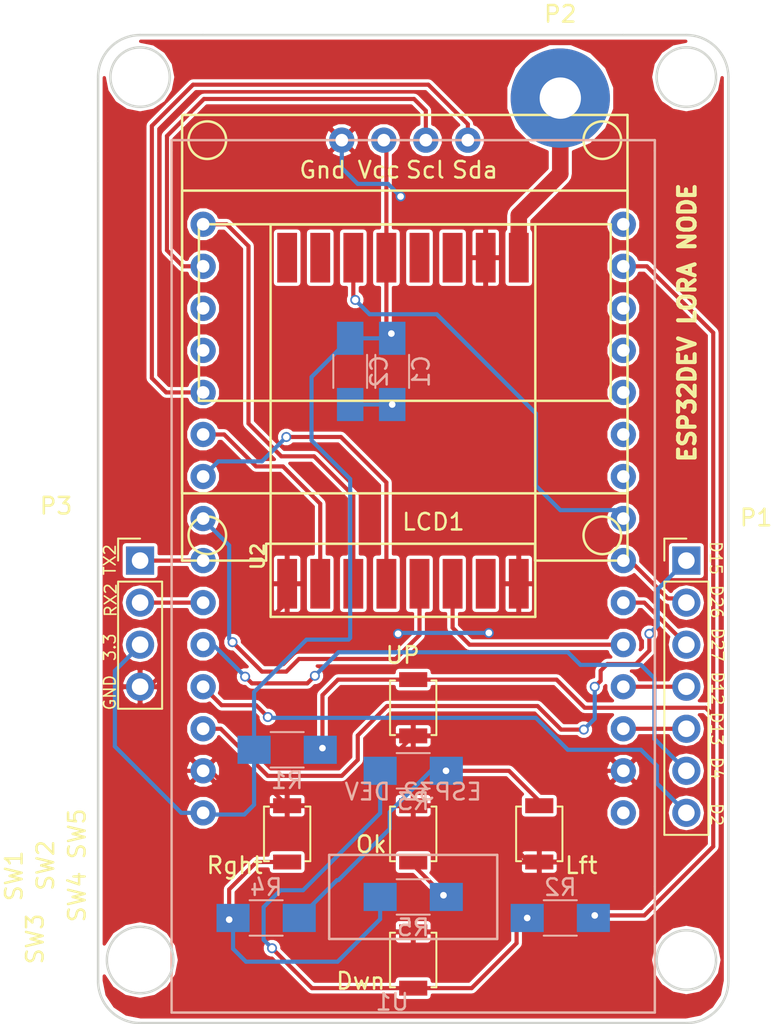
<source format=kicad_pcb>
(kicad_pcb (version 4) (host pcbnew 4.0.4-stable)

  (general
    (links 47)
    (no_connects 0)
    (area 105.705 71.415 152.712591 133.425001)
    (thickness 1.6)
    (drawings 27)
    (tracks 264)
    (zones 0)
    (modules 18)
    (nets 26)
  )

  (page A4)
  (layers
    (0 F.Cu signal)
    (31 B.Cu signal)
    (32 B.Adhes user)
    (33 F.Adhes user)
    (34 B.Paste user)
    (35 F.Paste user)
    (36 B.SilkS user)
    (37 F.SilkS user)
    (38 B.Mask user)
    (39 F.Mask user)
    (40 Dwgs.User user)
    (41 Cmts.User user)
    (42 Eco1.User user)
    (43 Eco2.User user)
    (44 Edge.Cuts user)
    (45 Margin user)
    (46 B.CrtYd user)
    (47 F.CrtYd user)
    (48 B.Fab user)
    (49 F.Fab user)
  )

  (setup
    (last_trace_width 0.25)
    (trace_clearance 0.2)
    (zone_clearance 0.2)
    (zone_45_only no)
    (trace_min 0.2)
    (segment_width 0.2)
    (edge_width 0.15)
    (via_size 0.6)
    (via_drill 0.4)
    (via_min_size 0.4)
    (via_min_drill 0.3)
    (uvia_size 0.3)
    (uvia_drill 0.1)
    (uvias_allowed no)
    (uvia_min_size 0.2)
    (uvia_min_drill 0.1)
    (pcb_text_width 0.3)
    (pcb_text_size 1.5 1.5)
    (mod_edge_width 0.15)
    (mod_text_size 1 1)
    (mod_text_width 0.15)
    (pad_size 1.524 1.524)
    (pad_drill 0.762)
    (pad_to_mask_clearance 0.2)
    (aux_axis_origin 0 0)
    (visible_elements 7FFFFFFF)
    (pcbplotparams
      (layerselection 0x010fc_80000001)
      (usegerberextensions false)
      (excludeedgelayer true)
      (linewidth 0.100000)
      (plotframeref false)
      (viasonmask false)
      (mode 1)
      (useauxorigin false)
      (hpglpennumber 1)
      (hpglpenspeed 20)
      (hpglpendiameter 15)
      (hpglpenoverlay 2)
      (psnegative false)
      (psa4output false)
      (plotreference true)
      (plotvalue true)
      (plotinvisibletext false)
      (padsonsilk false)
      (subtractmaskfromsilk false)
      (outputformat 1)
      (mirror false)
      (drillshape 0)
      (scaleselection 1)
      (outputdirectory gerber/))
  )

  (net 0 "")
  (net 1 GND)
  (net 2 /3.3v)
  (net 3 /SCL)
  (net 4 /SDA)
  (net 5 /D15)
  (net 6 "Net-(P1-Pad2)")
  (net 7 "Net-(P1-Pad3)")
  (net 8 "Net-(P1-Pad4)")
  (net 9 "Net-(P1-Pad5)")
  (net 10 /D4)
  (net 11 /D2)
  (net 12 "Net-(P2-Pad1)")
  (net 13 "Net-(P3-Pad1)")
  (net 14 "Net-(P3-Pad2)")
  (net 15 /Analog_S)
  (net 16 "Net-(R2-Pad2)")
  (net 17 "Net-(R3-Pad2)")
  (net 18 "Net-(R4-Pad2)")
  (net 19 "Net-(R5-Pad2)")
  (net 20 /DIO0)
  (net 21 /RFMRST)
  (net 22 /MOSI)
  (net 23 /MISO)
  (net 24 /SCLK)
  (net 25 /CS0)

  (net_class Default "Ceci est la Netclass par défaut"
    (clearance 0.2)
    (trace_width 0.25)
    (via_dia 0.6)
    (via_drill 0.4)
    (uvia_dia 0.3)
    (uvia_drill 0.1)
    (add_net /3.3v)
    (add_net /Analog_S)
    (add_net /CS0)
    (add_net /D15)
    (add_net /D2)
    (add_net /D4)
    (add_net /DIO0)
    (add_net /MISO)
    (add_net /MOSI)
    (add_net /RFMRST)
    (add_net /SCL)
    (add_net /SCLK)
    (add_net /SDA)
    (add_net GND)
    (add_net "Net-(P1-Pad2)")
    (add_net "Net-(P1-Pad3)")
    (add_net "Net-(P1-Pad4)")
    (add_net "Net-(P1-Pad5)")
    (add_net "Net-(P3-Pad1)")
    (add_net "Net-(P3-Pad2)")
    (add_net "Net-(R2-Pad2)")
    (add_net "Net-(R3-Pad2)")
    (add_net "Net-(R4-Pad2)")
    (add_net "Net-(R5-Pad2)")
  )

  (net_class ANT ""
    (clearance 0.2)
    (trace_width 1)
    (via_dia 0.6)
    (via_drill 0.4)
    (uvia_dia 0.3)
    (uvia_drill 0.1)
    (add_net "Net-(P2-Pad1)")
  )

  (module Capacitors_SMD:C_1206_HandSoldering (layer B.Cu) (tedit 58AA84D1) (tstamp 5B4240F5)
    (at 129.54 93.98 90)
    (descr "Capacitor SMD 1206, hand soldering")
    (tags "capacitor 1206")
    (path /5B4227E7)
    (attr smd)
    (fp_text reference C1 (at 0 1.75 90) (layer B.SilkS)
      (effects (font (size 1 1) (thickness 0.15)) (justify mirror))
    )
    (fp_text value 1uF (at 0 -2 90) (layer B.Fab)
      (effects (font (size 1 1) (thickness 0.15)) (justify mirror))
    )
    (fp_text user %R (at 0 1.75 90) (layer B.Fab)
      (effects (font (size 1 1) (thickness 0.15)) (justify mirror))
    )
    (fp_line (start -1.6 -0.8) (end -1.6 0.8) (layer B.Fab) (width 0.1))
    (fp_line (start 1.6 -0.8) (end -1.6 -0.8) (layer B.Fab) (width 0.1))
    (fp_line (start 1.6 0.8) (end 1.6 -0.8) (layer B.Fab) (width 0.1))
    (fp_line (start -1.6 0.8) (end 1.6 0.8) (layer B.Fab) (width 0.1))
    (fp_line (start 1 1.02) (end -1 1.02) (layer B.SilkS) (width 0.12))
    (fp_line (start -1 -1.02) (end 1 -1.02) (layer B.SilkS) (width 0.12))
    (fp_line (start -3.25 1.05) (end 3.25 1.05) (layer B.CrtYd) (width 0.05))
    (fp_line (start -3.25 1.05) (end -3.25 -1.05) (layer B.CrtYd) (width 0.05))
    (fp_line (start 3.25 -1.05) (end 3.25 1.05) (layer B.CrtYd) (width 0.05))
    (fp_line (start 3.25 -1.05) (end -3.25 -1.05) (layer B.CrtYd) (width 0.05))
    (pad 1 smd rect (at -2 0 90) (size 2 1.6) (layers B.Cu B.Paste B.Mask)
      (net 1 GND))
    (pad 2 smd rect (at 2 0 90) (size 2 1.6) (layers B.Cu B.Paste B.Mask)
      (net 2 /3.3v))
    (model Capacitors_SMD.3dshapes/C_1206.wrl
      (at (xyz 0 0 0))
      (scale (xyz 1 1 1))
      (rotate (xyz 0 0 0))
    )
  )

  (module Capacitors_SMD:C_1206_HandSoldering (layer B.Cu) (tedit 58AA84D1) (tstamp 5B424106)
    (at 127 93.98 90)
    (descr "Capacitor SMD 1206, hand soldering")
    (tags "capacitor 1206")
    (path /5B422843)
    (attr smd)
    (fp_text reference C2 (at 0 1.75 90) (layer B.SilkS)
      (effects (font (size 1 1) (thickness 0.15)) (justify mirror))
    )
    (fp_text value 10uF (at 0 -2 90) (layer B.Fab)
      (effects (font (size 1 1) (thickness 0.15)) (justify mirror))
    )
    (fp_text user %R (at 0 1.75 90) (layer B.Fab)
      (effects (font (size 1 1) (thickness 0.15)) (justify mirror))
    )
    (fp_line (start -1.6 -0.8) (end -1.6 0.8) (layer B.Fab) (width 0.1))
    (fp_line (start 1.6 -0.8) (end -1.6 -0.8) (layer B.Fab) (width 0.1))
    (fp_line (start 1.6 0.8) (end 1.6 -0.8) (layer B.Fab) (width 0.1))
    (fp_line (start -1.6 0.8) (end 1.6 0.8) (layer B.Fab) (width 0.1))
    (fp_line (start 1 1.02) (end -1 1.02) (layer B.SilkS) (width 0.12))
    (fp_line (start -1 -1.02) (end 1 -1.02) (layer B.SilkS) (width 0.12))
    (fp_line (start -3.25 1.05) (end 3.25 1.05) (layer B.CrtYd) (width 0.05))
    (fp_line (start -3.25 1.05) (end -3.25 -1.05) (layer B.CrtYd) (width 0.05))
    (fp_line (start 3.25 -1.05) (end 3.25 1.05) (layer B.CrtYd) (width 0.05))
    (fp_line (start 3.25 -1.05) (end -3.25 -1.05) (layer B.CrtYd) (width 0.05))
    (pad 1 smd rect (at -2 0 90) (size 2 1.6) (layers B.Cu B.Paste B.Mask)
      (net 1 GND))
    (pad 2 smd rect (at 2 0 90) (size 2 1.6) (layers B.Cu B.Paste B.Mask)
      (net 2 /3.3v))
    (model Capacitors_SMD.3dshapes/C_1206.wrl
      (at (xyz 0 0 0))
      (scale (xyz 1 1 1))
      (rotate (xyz 0 0 0))
    )
  )

  (module nodemcu:Oled96 (layer F.Cu) (tedit 5B422716) (tstamp 5B424126)
    (at 116.84 105.41)
    (tags "Oled 0.96")
    (path /5B423036)
    (fp_text reference LCD1 (at 15.1892 -2.3368) (layer F.SilkS)
      (effects (font (size 1 1) (thickness 0.15)))
    )
    (fp_text value Oled96 (at 12.954 -32.9692) (layer F.Fab)
      (effects (font (size 1 1) (thickness 0.15)))
    )
    (fp_text user Sda (at 17.7 -23.6) (layer F.SilkS)
      (effects (font (size 1 1) (thickness 0.15)))
    )
    (fp_text user Scl (at 14.7 -23.6) (layer F.SilkS)
      (effects (font (size 1 1) (thickness 0.15)))
    )
    (fp_text user Vcc (at 11.9 -23.6) (layer F.SilkS)
      (effects (font (size 1 1) (thickness 0.15)))
    )
    (fp_text user Gnd (at 8.5 -23.6) (layer F.SilkS)
      (effects (font (size 1 1) (thickness 0.15)))
    )
    (fp_line (start 21.336 0) (end 26.924 0) (layer F.SilkS) (width 0.15))
    (fp_line (start 0 0) (end 5.08 0) (layer F.SilkS) (width 0.15))
    (fp_line (start 5.08 0) (end 5.08 -1.016) (layer F.SilkS) (width 0.15))
    (fp_line (start 5.08 -1.016) (end 21.336 -1.016) (layer F.SilkS) (width 0.15))
    (fp_line (start 21.336 -1.016) (end 21.336 0) (layer F.SilkS) (width 0.15))
    (fp_line (start 1.016 -20.32) (end 25.908 -20.32) (layer F.SilkS) (width 0.15))
    (fp_line (start 25.908 -20.32) (end 25.908 -9.652) (layer F.SilkS) (width 0.15))
    (fp_line (start 25.908 -9.652) (end 1.016 -9.652) (layer F.SilkS) (width 0.15))
    (fp_line (start 1.016 -9.652) (end 1.016 -20.32) (layer F.SilkS) (width 0.15))
    (fp_line (start 0 -22.352) (end 26.924 -22.352) (layer F.SilkS) (width 0.15))
    (fp_line (start 26.924 -22.352) (end 26.924 -4.064) (layer F.SilkS) (width 0.15))
    (fp_line (start 26.924 -4.064) (end 0 -4.064) (layer F.SilkS) (width 0.15))
    (fp_line (start 0 -4.064) (end 0 -22.352) (layer F.SilkS) (width 0.15))
    (fp_circle (center 25.4 -1.524) (end 25.908 -2.54) (layer F.SilkS) (width 0.15))
    (fp_circle (center 1.524 -1.524) (end 2.54 -2.032) (layer F.SilkS) (width 0.15))
    (fp_circle (center 1.524 -25.4) (end 2.54 -25.908) (layer F.SilkS) (width 0.15))
    (fp_circle (center 25.4 -25.4) (end 26.416 -25.908) (layer F.SilkS) (width 0.15))
    (fp_line (start 0 0) (end 0 -26.924) (layer F.SilkS) (width 0.15))
    (fp_line (start 0 -26.924) (end 26.924 -26.924) (layer F.SilkS) (width 0.15))
    (fp_line (start 26.924 -26.924) (end 26.924 0) (layer F.SilkS) (width 0.15))
    (pad 4 thru_hole circle (at 9.652 -25.4) (size 1.524 1.524) (drill 0.762) (layers *.Cu *.Mask)
      (net 1 GND))
    (pad 3 thru_hole circle (at 12.192 -25.4) (size 1.524 1.524) (drill 0.762) (layers *.Cu *.Mask)
      (net 2 /3.3v))
    (pad 2 thru_hole circle (at 14.732 -25.4) (size 1.524 1.524) (drill 0.762) (layers *.Cu *.Mask)
      (net 3 /SCL))
    (pad 1 thru_hole circle (at 17.272 -25.4) (size 1.524 1.524) (drill 0.762) (layers *.Cu *.Mask)
      (net 4 /SDA))
    (model ../../../../../../Users/ccadic/CloudStation/oled/oled_27x27_r2.wrl
      (at (xyz 0.53 0.53 0))
      (scale (xyz 0.3937 0.3937 0.3937))
      (rotate (xyz -90 0 0))
    )
  )

  (module Socket_Strips:Socket_Strip_Straight_1x07_Pitch2.54mm (layer F.Cu) (tedit 5B42262F) (tstamp 5B424140)
    (at 147.32 105.41)
    (descr "Through hole straight socket strip, 1x07, 2.54mm pitch, single row")
    (tags "Through hole socket strip THT 1x07 2.54mm single row")
    (path /5B42A5BB)
    (fp_text reference P1 (at 4.2164 -2.5908) (layer F.SilkS)
      (effects (font (size 1 1) (thickness 0.15)))
    )
    (fp_text value GPIOEXTRA (at 0 17.57) (layer F.Fab)
      (effects (font (size 1 1) (thickness 0.15)))
    )
    (fp_line (start -1.27 -1.27) (end -1.27 16.51) (layer F.Fab) (width 0.1))
    (fp_line (start -1.27 16.51) (end 1.27 16.51) (layer F.Fab) (width 0.1))
    (fp_line (start 1.27 16.51) (end 1.27 -1.27) (layer F.Fab) (width 0.1))
    (fp_line (start 1.27 -1.27) (end -1.27 -1.27) (layer F.Fab) (width 0.1))
    (fp_line (start -1.33 1.27) (end -1.33 16.57) (layer F.SilkS) (width 0.12))
    (fp_line (start -1.33 16.57) (end 1.33 16.57) (layer F.SilkS) (width 0.12))
    (fp_line (start 1.33 16.57) (end 1.33 1.27) (layer F.SilkS) (width 0.12))
    (fp_line (start 1.33 1.27) (end -1.33 1.27) (layer F.SilkS) (width 0.12))
    (fp_line (start -1.33 0) (end -1.33 -1.33) (layer F.SilkS) (width 0.12))
    (fp_line (start -1.33 -1.33) (end 0 -1.33) (layer F.SilkS) (width 0.12))
    (fp_line (start -1.8 -1.8) (end -1.8 17.05) (layer F.CrtYd) (width 0.05))
    (fp_line (start -1.8 17.05) (end 1.8 17.05) (layer F.CrtYd) (width 0.05))
    (fp_line (start 1.8 17.05) (end 1.8 -1.8) (layer F.CrtYd) (width 0.05))
    (fp_line (start 1.8 -1.8) (end -1.8 -1.8) (layer F.CrtYd) (width 0.05))
    (fp_text user %R (at 0 -2.33) (layer F.Fab)
      (effects (font (size 1 1) (thickness 0.15)))
    )
    (pad 1 thru_hole rect (at 0 0) (size 1.7 1.7) (drill 1) (layers *.Cu *.Mask)
      (net 5 /D15))
    (pad 2 thru_hole oval (at 0 2.54) (size 1.7 1.7) (drill 1) (layers *.Cu *.Mask)
      (net 6 "Net-(P1-Pad2)"))
    (pad 3 thru_hole oval (at 0 5.08) (size 1.7 1.7) (drill 1) (layers *.Cu *.Mask)
      (net 7 "Net-(P1-Pad3)"))
    (pad 4 thru_hole oval (at 0 7.62) (size 1.7 1.7) (drill 1) (layers *.Cu *.Mask)
      (net 8 "Net-(P1-Pad4)"))
    (pad 5 thru_hole oval (at 0 10.16) (size 1.7 1.7) (drill 1) (layers *.Cu *.Mask)
      (net 9 "Net-(P1-Pad5)"))
    (pad 6 thru_hole oval (at 0 12.7) (size 1.7 1.7) (drill 1) (layers *.Cu *.Mask)
      (net 10 /D4))
    (pad 7 thru_hole oval (at 0 15.24) (size 1.7 1.7) (drill 1) (layers *.Cu *.Mask)
      (net 11 /D2))
    (model ${KISYS3DMOD}/Socket_Strips.3dshapes/Socket_Strip_Straight_1x07_Pitch2.54mm.wrl
      (at (xyz 0 -0.3 0))
      (scale (xyz 1 1 1))
      (rotate (xyz 0 0 270))
    )
  )

  (module Wire_Pads:SolderWirePad_single_2-5mmDrill (layer F.Cu) (tedit 0) (tstamp 5B424145)
    (at 139.7 77.47)
    (path /5B4225AA)
    (fp_text reference P2 (at 0 -5.08) (layer F.SilkS)
      (effects (font (size 1 1) (thickness 0.15)))
    )
    (fp_text value ANT (at 1.27 5.08) (layer F.Fab)
      (effects (font (size 1 1) (thickness 0.15)))
    )
    (pad 1 thru_hole circle (at 0 0) (size 5.99948 5.99948) (drill 2.49936) (layers *.Cu *.Mask)
      (net 12 "Net-(P2-Pad1)"))
  )

  (module Socket_Strips:Socket_Strip_Straight_1x04_Pitch2.54mm (layer F.Cu) (tedit 5B4225D9) (tstamp 5B42415C)
    (at 114.3 105.41)
    (descr "Through hole straight socket strip, 1x04, 2.54mm pitch, single row")
    (tags "Through hole socket strip THT 1x04 2.54mm single row")
    (path /5B423E16)
    (fp_text reference P3 (at -5.08 -3.302) (layer F.SilkS)
      (effects (font (size 1 1) (thickness 0.15)))
    )
    (fp_text value ExtraPins (at -4.9276 6.5024 90) (layer F.Fab)
      (effects (font (size 1 1) (thickness 0.15)))
    )
    (fp_line (start -1.27 -1.27) (end -1.27 8.89) (layer F.Fab) (width 0.1))
    (fp_line (start -1.27 8.89) (end 1.27 8.89) (layer F.Fab) (width 0.1))
    (fp_line (start 1.27 8.89) (end 1.27 -1.27) (layer F.Fab) (width 0.1))
    (fp_line (start 1.27 -1.27) (end -1.27 -1.27) (layer F.Fab) (width 0.1))
    (fp_line (start -1.33 1.27) (end -1.33 8.95) (layer F.SilkS) (width 0.12))
    (fp_line (start -1.33 8.95) (end 1.33 8.95) (layer F.SilkS) (width 0.12))
    (fp_line (start 1.33 8.95) (end 1.33 1.27) (layer F.SilkS) (width 0.12))
    (fp_line (start 1.33 1.27) (end -1.33 1.27) (layer F.SilkS) (width 0.12))
    (fp_line (start -1.33 0) (end -1.33 -1.33) (layer F.SilkS) (width 0.12))
    (fp_line (start -1.33 -1.33) (end 0 -1.33) (layer F.SilkS) (width 0.12))
    (fp_line (start -1.8 -1.8) (end -1.8 9.4) (layer F.CrtYd) (width 0.05))
    (fp_line (start -1.8 9.4) (end 1.8 9.4) (layer F.CrtYd) (width 0.05))
    (fp_line (start 1.8 9.4) (end 1.8 -1.8) (layer F.CrtYd) (width 0.05))
    (fp_line (start 1.8 -1.8) (end -1.8 -1.8) (layer F.CrtYd) (width 0.05))
    (fp_text user %R (at 0 -2.33) (layer F.Fab)
      (effects (font (size 1 1) (thickness 0.15)))
    )
    (pad 1 thru_hole rect (at 0 0) (size 1.7 1.7) (drill 1) (layers *.Cu *.Mask)
      (net 13 "Net-(P3-Pad1)"))
    (pad 2 thru_hole oval (at 0 2.54) (size 1.7 1.7) (drill 1) (layers *.Cu *.Mask)
      (net 14 "Net-(P3-Pad2)"))
    (pad 3 thru_hole oval (at 0 5.08) (size 1.7 1.7) (drill 1) (layers *.Cu *.Mask)
      (net 2 /3.3v))
    (pad 4 thru_hole oval (at 0 7.62) (size 1.7 1.7) (drill 1) (layers *.Cu *.Mask)
      (net 1 GND))
    (model ${KISYS3DMOD}/Socket_Strips.3dshapes/Socket_Strip_Straight_1x04_Pitch2.54mm.wrl
      (at (xyz 0 -0.15 0))
      (scale (xyz 1 1 1))
      (rotate (xyz 0 0 270))
    )
  )

  (module Resistors_SMD:R_1206_HandSoldering (layer B.Cu) (tedit 58E0A804) (tstamp 5B42416D)
    (at 123.19 116.84)
    (descr "Resistor SMD 1206, hand soldering")
    (tags "resistor 1206")
    (path /5B42489F)
    (attr smd)
    (fp_text reference R1 (at 0 1.85) (layer B.SilkS)
      (effects (font (size 1 1) (thickness 0.15)) (justify mirror))
    )
    (fp_text value 2k (at 0 -1.9) (layer B.Fab)
      (effects (font (size 1 1) (thickness 0.15)) (justify mirror))
    )
    (fp_text user %R (at 0 0) (layer B.Fab)
      (effects (font (size 0.7 0.7) (thickness 0.105)) (justify mirror))
    )
    (fp_line (start -1.6 -0.8) (end -1.6 0.8) (layer B.Fab) (width 0.1))
    (fp_line (start 1.6 -0.8) (end -1.6 -0.8) (layer B.Fab) (width 0.1))
    (fp_line (start 1.6 0.8) (end 1.6 -0.8) (layer B.Fab) (width 0.1))
    (fp_line (start -1.6 0.8) (end 1.6 0.8) (layer B.Fab) (width 0.1))
    (fp_line (start 1 -1.07) (end -1 -1.07) (layer B.SilkS) (width 0.12))
    (fp_line (start -1 1.07) (end 1 1.07) (layer B.SilkS) (width 0.12))
    (fp_line (start -3.25 1.11) (end 3.25 1.11) (layer B.CrtYd) (width 0.05))
    (fp_line (start -3.25 1.11) (end -3.25 -1.1) (layer B.CrtYd) (width 0.05))
    (fp_line (start 3.25 -1.1) (end 3.25 1.11) (layer B.CrtYd) (width 0.05))
    (fp_line (start 3.25 -1.1) (end -3.25 -1.1) (layer B.CrtYd) (width 0.05))
    (pad 1 smd rect (at -2 0) (size 2 1.7) (layers B.Cu B.Paste B.Mask)
      (net 2 /3.3v))
    (pad 2 smd rect (at 2 0) (size 2 1.7) (layers B.Cu B.Paste B.Mask)
      (net 15 /Analog_S))
    (model ${KISYS3DMOD}/Resistors_SMD.3dshapes/R_1206.wrl
      (at (xyz 0 0 0))
      (scale (xyz 1 1 1))
      (rotate (xyz 0 0 0))
    )
  )

  (module Resistors_SMD:R_1206_HandSoldering (layer B.Cu) (tedit 58E0A804) (tstamp 5B42417E)
    (at 139.7 127 180)
    (descr "Resistor SMD 1206, hand soldering")
    (tags "resistor 1206")
    (path /5B424EDC)
    (attr smd)
    (fp_text reference R2 (at 0 1.85 180) (layer B.SilkS)
      (effects (font (size 1 1) (thickness 0.15)) (justify mirror))
    )
    (fp_text value 330 (at 0 -1.9 180) (layer B.Fab)
      (effects (font (size 1 1) (thickness 0.15)) (justify mirror))
    )
    (fp_text user %R (at 0 0 180) (layer B.Fab)
      (effects (font (size 0.7 0.7) (thickness 0.105)) (justify mirror))
    )
    (fp_line (start -1.6 -0.8) (end -1.6 0.8) (layer B.Fab) (width 0.1))
    (fp_line (start 1.6 -0.8) (end -1.6 -0.8) (layer B.Fab) (width 0.1))
    (fp_line (start 1.6 0.8) (end 1.6 -0.8) (layer B.Fab) (width 0.1))
    (fp_line (start -1.6 0.8) (end 1.6 0.8) (layer B.Fab) (width 0.1))
    (fp_line (start 1 -1.07) (end -1 -1.07) (layer B.SilkS) (width 0.12))
    (fp_line (start -1 1.07) (end 1 1.07) (layer B.SilkS) (width 0.12))
    (fp_line (start -3.25 1.11) (end 3.25 1.11) (layer B.CrtYd) (width 0.05))
    (fp_line (start -3.25 1.11) (end -3.25 -1.1) (layer B.CrtYd) (width 0.05))
    (fp_line (start 3.25 -1.1) (end 3.25 1.11) (layer B.CrtYd) (width 0.05))
    (fp_line (start 3.25 -1.1) (end -3.25 -1.1) (layer B.CrtYd) (width 0.05))
    (pad 1 smd rect (at -2 0 180) (size 2 1.7) (layers B.Cu B.Paste B.Mask)
      (net 15 /Analog_S))
    (pad 2 smd rect (at 2 0 180) (size 2 1.7) (layers B.Cu B.Paste B.Mask)
      (net 16 "Net-(R2-Pad2)"))
    (model ${KISYS3DMOD}/Resistors_SMD.3dshapes/R_1206.wrl
      (at (xyz 0 0 0))
      (scale (xyz 1 1 1))
      (rotate (xyz 0 0 0))
    )
  )

  (module Resistors_SMD:R_1206_HandSoldering (layer B.Cu) (tedit 58E0A804) (tstamp 5B42418F)
    (at 130.81 118.11)
    (descr "Resistor SMD 1206, hand soldering")
    (tags "resistor 1206")
    (path /5B42503B)
    (attr smd)
    (fp_text reference R3 (at 0 1.85) (layer B.SilkS)
      (effects (font (size 1 1) (thickness 0.15)) (justify mirror))
    )
    (fp_text value 620 (at 0 -1.9) (layer B.Fab)
      (effects (font (size 1 1) (thickness 0.15)) (justify mirror))
    )
    (fp_text user %R (at 0 0) (layer B.Fab)
      (effects (font (size 0.7 0.7) (thickness 0.105)) (justify mirror))
    )
    (fp_line (start -1.6 -0.8) (end -1.6 0.8) (layer B.Fab) (width 0.1))
    (fp_line (start 1.6 -0.8) (end -1.6 -0.8) (layer B.Fab) (width 0.1))
    (fp_line (start 1.6 0.8) (end 1.6 -0.8) (layer B.Fab) (width 0.1))
    (fp_line (start -1.6 0.8) (end 1.6 0.8) (layer B.Fab) (width 0.1))
    (fp_line (start 1 -1.07) (end -1 -1.07) (layer B.SilkS) (width 0.12))
    (fp_line (start -1 1.07) (end 1 1.07) (layer B.SilkS) (width 0.12))
    (fp_line (start -3.25 1.11) (end 3.25 1.11) (layer B.CrtYd) (width 0.05))
    (fp_line (start -3.25 1.11) (end -3.25 -1.1) (layer B.CrtYd) (width 0.05))
    (fp_line (start 3.25 -1.1) (end 3.25 1.11) (layer B.CrtYd) (width 0.05))
    (fp_line (start 3.25 -1.1) (end -3.25 -1.1) (layer B.CrtYd) (width 0.05))
    (pad 1 smd rect (at -2 0) (size 2 1.7) (layers B.Cu B.Paste B.Mask)
      (net 16 "Net-(R2-Pad2)"))
    (pad 2 smd rect (at 2 0) (size 2 1.7) (layers B.Cu B.Paste B.Mask)
      (net 17 "Net-(R3-Pad2)"))
    (model ${KISYS3DMOD}/Resistors_SMD.3dshapes/R_1206.wrl
      (at (xyz 0 0 0))
      (scale (xyz 1 1 1))
      (rotate (xyz 0 0 0))
    )
  )

  (module Resistors_SMD:R_1206_HandSoldering (layer B.Cu) (tedit 58E0A804) (tstamp 5B4241A0)
    (at 121.92 127 180)
    (descr "Resistor SMD 1206, hand soldering")
    (tags "resistor 1206")
    (path /5B425370)
    (attr smd)
    (fp_text reference R4 (at 0 1.85 180) (layer B.SilkS)
      (effects (font (size 1 1) (thickness 0.15)) (justify mirror))
    )
    (fp_text value 1k (at 0 -1.9 180) (layer B.Fab)
      (effects (font (size 1 1) (thickness 0.15)) (justify mirror))
    )
    (fp_text user %R (at 0 0 180) (layer B.Fab)
      (effects (font (size 0.7 0.7) (thickness 0.105)) (justify mirror))
    )
    (fp_line (start -1.6 -0.8) (end -1.6 0.8) (layer B.Fab) (width 0.1))
    (fp_line (start 1.6 -0.8) (end -1.6 -0.8) (layer B.Fab) (width 0.1))
    (fp_line (start 1.6 0.8) (end 1.6 -0.8) (layer B.Fab) (width 0.1))
    (fp_line (start -1.6 0.8) (end 1.6 0.8) (layer B.Fab) (width 0.1))
    (fp_line (start 1 -1.07) (end -1 -1.07) (layer B.SilkS) (width 0.12))
    (fp_line (start -1 1.07) (end 1 1.07) (layer B.SilkS) (width 0.12))
    (fp_line (start -3.25 1.11) (end 3.25 1.11) (layer B.CrtYd) (width 0.05))
    (fp_line (start -3.25 1.11) (end -3.25 -1.1) (layer B.CrtYd) (width 0.05))
    (fp_line (start 3.25 -1.1) (end 3.25 1.11) (layer B.CrtYd) (width 0.05))
    (fp_line (start 3.25 -1.1) (end -3.25 -1.1) (layer B.CrtYd) (width 0.05))
    (pad 1 smd rect (at -2 0 180) (size 2 1.7) (layers B.Cu B.Paste B.Mask)
      (net 17 "Net-(R3-Pad2)"))
    (pad 2 smd rect (at 2 0 180) (size 2 1.7) (layers B.Cu B.Paste B.Mask)
      (net 18 "Net-(R4-Pad2)"))
    (model ${KISYS3DMOD}/Resistors_SMD.3dshapes/R_1206.wrl
      (at (xyz 0 0 0))
      (scale (xyz 1 1 1))
      (rotate (xyz 0 0 0))
    )
  )

  (module Resistors_SMD:R_1206_HandSoldering (layer B.Cu) (tedit 58E0A804) (tstamp 5B4241B1)
    (at 130.81 125.73)
    (descr "Resistor SMD 1206, hand soldering")
    (tags "resistor 1206")
    (path /5B425376)
    (attr smd)
    (fp_text reference R5 (at 0 1.85) (layer B.SilkS)
      (effects (font (size 1 1) (thickness 0.15)) (justify mirror))
    )
    (fp_text value 3.3k (at 0 -1.9) (layer B.Fab)
      (effects (font (size 1 1) (thickness 0.15)) (justify mirror))
    )
    (fp_text user %R (at 0 0) (layer B.Fab)
      (effects (font (size 0.7 0.7) (thickness 0.105)) (justify mirror))
    )
    (fp_line (start -1.6 -0.8) (end -1.6 0.8) (layer B.Fab) (width 0.1))
    (fp_line (start 1.6 -0.8) (end -1.6 -0.8) (layer B.Fab) (width 0.1))
    (fp_line (start 1.6 0.8) (end 1.6 -0.8) (layer B.Fab) (width 0.1))
    (fp_line (start -1.6 0.8) (end 1.6 0.8) (layer B.Fab) (width 0.1))
    (fp_line (start 1 -1.07) (end -1 -1.07) (layer B.SilkS) (width 0.12))
    (fp_line (start -1 1.07) (end 1 1.07) (layer B.SilkS) (width 0.12))
    (fp_line (start -3.25 1.11) (end 3.25 1.11) (layer B.CrtYd) (width 0.05))
    (fp_line (start -3.25 1.11) (end -3.25 -1.1) (layer B.CrtYd) (width 0.05))
    (fp_line (start 3.25 -1.1) (end 3.25 1.11) (layer B.CrtYd) (width 0.05))
    (fp_line (start 3.25 -1.1) (end -3.25 -1.1) (layer B.CrtYd) (width 0.05))
    (pad 1 smd rect (at -2 0) (size 2 1.7) (layers B.Cu B.Paste B.Mask)
      (net 18 "Net-(R4-Pad2)"))
    (pad 2 smd rect (at 2 0) (size 2 1.7) (layers B.Cu B.Paste B.Mask)
      (net 19 "Net-(R5-Pad2)"))
    (model ${KISYS3DMOD}/Resistors_SMD.3dshapes/R_1206.wrl
      (at (xyz 0 0 0))
      (scale (xyz 1 1 1))
      (rotate (xyz 0 0 0))
    )
  )

  (module nodemcu:SW_SPST_B3U-1000P (layer F.Cu) (tedit 5B421FC5) (tstamp 5B4241C7)
    (at 130.81 114.3 90)
    (descr "Ultra-small-sized Tactile Switch with High Contact Reliability, Top-actuated Model, without Ground Terminal, without Boss")
    (tags "Tactile Switch")
    (path /5B425718)
    (attr smd)
    (fp_text reference SW1 (at -10.16 -24.13 90) (layer F.SilkS)
      (effects (font (size 1 1) (thickness 0.15)))
    )
    (fp_text value UP (at 3.175 -0.635 180) (layer F.SilkS)
      (effects (font (size 1 1) (thickness 0.15)))
    )
    (fp_text user %R (at 0 -2.5 90) (layer F.Fab)
      (effects (font (size 1 1) (thickness 0.15)))
    )
    (fp_line (start -2.4 1.65) (end 2.4 1.65) (layer F.CrtYd) (width 0.05))
    (fp_line (start 2.4 1.65) (end 2.4 -1.65) (layer F.CrtYd) (width 0.05))
    (fp_line (start 2.4 -1.65) (end -2.4 -1.65) (layer F.CrtYd) (width 0.05))
    (fp_line (start -2.4 -1.65) (end -2.4 1.65) (layer F.CrtYd) (width 0.05))
    (fp_line (start -1.65 1.1) (end -1.65 1.4) (layer F.SilkS) (width 0.12))
    (fp_line (start -1.65 1.4) (end 1.65 1.4) (layer F.SilkS) (width 0.12))
    (fp_line (start 1.65 1.4) (end 1.65 1.1) (layer F.SilkS) (width 0.12))
    (fp_line (start -1.65 -1.1) (end -1.65 -1.4) (layer F.SilkS) (width 0.12))
    (fp_line (start -1.65 -1.4) (end 1.65 -1.4) (layer F.SilkS) (width 0.12))
    (fp_line (start 1.65 -1.4) (end 1.65 -1.1) (layer F.SilkS) (width 0.12))
    (fp_line (start -1.5 -1.25) (end 1.5 -1.25) (layer F.Fab) (width 0.1))
    (fp_line (start 1.5 -1.25) (end 1.5 1.25) (layer F.Fab) (width 0.1))
    (fp_line (start 1.5 1.25) (end -1.5 1.25) (layer F.Fab) (width 0.1))
    (fp_line (start -1.5 1.25) (end -1.5 -1.25) (layer F.Fab) (width 0.1))
    (fp_circle (center 0 0) (end 0.75 0) (layer F.Fab) (width 0.1))
    (pad 1 smd rect (at -1.7 0 90) (size 0.9 1.7) (layers F.Cu F.Paste F.Mask)
      (net 1 GND))
    (pad 2 smd rect (at 1.7 0 90) (size 0.9 1.7) (layers F.Cu F.Paste F.Mask)
      (net 15 /Analog_S))
    (model ../../../../../../Users/ccadic/CloudStation/miniradioDorjii/b3u-1000p.wrl
      (at (xyz 0 0 0.03))
      (scale (xyz 0.8 0.8 0.8))
      (rotate (xyz -90 0 0))
    )
  )

  (module nodemcu:SW_SPST_B3U-1000P (layer F.Cu) (tedit 5B421FE4) (tstamp 5B4241DD)
    (at 130.81 121.92 270)
    (descr "Ultra-small-sized Tactile Switch with High Contact Reliability, Top-actuated Model, without Ground Terminal, without Boss")
    (tags "Tactile Switch")
    (path /5B42721F)
    (attr smd)
    (fp_text reference SW2 (at 1.905 22.225 270) (layer F.SilkS)
      (effects (font (size 1 1) (thickness 0.15)))
    )
    (fp_text value Ok (at 0.635 2.54 360) (layer F.SilkS)
      (effects (font (size 1 1) (thickness 0.15)))
    )
    (fp_text user %R (at 0 -2.5 270) (layer F.Fab)
      (effects (font (size 1 1) (thickness 0.15)))
    )
    (fp_line (start -2.4 1.65) (end 2.4 1.65) (layer F.CrtYd) (width 0.05))
    (fp_line (start 2.4 1.65) (end 2.4 -1.65) (layer F.CrtYd) (width 0.05))
    (fp_line (start 2.4 -1.65) (end -2.4 -1.65) (layer F.CrtYd) (width 0.05))
    (fp_line (start -2.4 -1.65) (end -2.4 1.65) (layer F.CrtYd) (width 0.05))
    (fp_line (start -1.65 1.1) (end -1.65 1.4) (layer F.SilkS) (width 0.12))
    (fp_line (start -1.65 1.4) (end 1.65 1.4) (layer F.SilkS) (width 0.12))
    (fp_line (start 1.65 1.4) (end 1.65 1.1) (layer F.SilkS) (width 0.12))
    (fp_line (start -1.65 -1.1) (end -1.65 -1.4) (layer F.SilkS) (width 0.12))
    (fp_line (start -1.65 -1.4) (end 1.65 -1.4) (layer F.SilkS) (width 0.12))
    (fp_line (start 1.65 -1.4) (end 1.65 -1.1) (layer F.SilkS) (width 0.12))
    (fp_line (start -1.5 -1.25) (end 1.5 -1.25) (layer F.Fab) (width 0.1))
    (fp_line (start 1.5 -1.25) (end 1.5 1.25) (layer F.Fab) (width 0.1))
    (fp_line (start 1.5 1.25) (end -1.5 1.25) (layer F.Fab) (width 0.1))
    (fp_line (start -1.5 1.25) (end -1.5 -1.25) (layer F.Fab) (width 0.1))
    (fp_circle (center 0 0) (end 0.75 0) (layer F.Fab) (width 0.1))
    (pad 1 smd rect (at -1.7 0 270) (size 0.9 1.7) (layers F.Cu F.Paste F.Mask)
      (net 1 GND))
    (pad 2 smd rect (at 1.7 0 270) (size 0.9 1.7) (layers F.Cu F.Paste F.Mask)
      (net 19 "Net-(R5-Pad2)"))
    (model ../../../../../../Users/ccadic/CloudStation/miniradioDorjii/b3u-1000p.wrl
      (at (xyz 0 0 0.03))
      (scale (xyz 0.8 0.8 0.8))
      (rotate (xyz -90 0 0))
    )
  )

  (module nodemcu:SW_SPST_B3U-1000P (layer F.Cu) (tedit 5B421FBD) (tstamp 5B4241F3)
    (at 130.81 129.54 270)
    (descr "Ultra-small-sized Tactile Switch with High Contact Reliability, Top-actuated Model, without Ground Terminal, without Boss")
    (tags "Tactile Switch")
    (path /5B426826)
    (attr smd)
    (fp_text reference SW3 (at -1.27 22.86 270) (layer F.SilkS)
      (effects (font (size 1 1) (thickness 0.15)))
    )
    (fp_text value Dwn (at 1.27 3.175 360) (layer F.SilkS)
      (effects (font (size 1 1) (thickness 0.15)))
    )
    (fp_text user %R (at 0 -2.5 270) (layer F.Fab)
      (effects (font (size 1 1) (thickness 0.15)))
    )
    (fp_line (start -2.4 1.65) (end 2.4 1.65) (layer F.CrtYd) (width 0.05))
    (fp_line (start 2.4 1.65) (end 2.4 -1.65) (layer F.CrtYd) (width 0.05))
    (fp_line (start 2.4 -1.65) (end -2.4 -1.65) (layer F.CrtYd) (width 0.05))
    (fp_line (start -2.4 -1.65) (end -2.4 1.65) (layer F.CrtYd) (width 0.05))
    (fp_line (start -1.65 1.1) (end -1.65 1.4) (layer F.SilkS) (width 0.12))
    (fp_line (start -1.65 1.4) (end 1.65 1.4) (layer F.SilkS) (width 0.12))
    (fp_line (start 1.65 1.4) (end 1.65 1.1) (layer F.SilkS) (width 0.12))
    (fp_line (start -1.65 -1.1) (end -1.65 -1.4) (layer F.SilkS) (width 0.12))
    (fp_line (start -1.65 -1.4) (end 1.65 -1.4) (layer F.SilkS) (width 0.12))
    (fp_line (start 1.65 -1.4) (end 1.65 -1.1) (layer F.SilkS) (width 0.12))
    (fp_line (start -1.5 -1.25) (end 1.5 -1.25) (layer F.Fab) (width 0.1))
    (fp_line (start 1.5 -1.25) (end 1.5 1.25) (layer F.Fab) (width 0.1))
    (fp_line (start 1.5 1.25) (end -1.5 1.25) (layer F.Fab) (width 0.1))
    (fp_line (start -1.5 1.25) (end -1.5 -1.25) (layer F.Fab) (width 0.1))
    (fp_circle (center 0 0) (end 0.75 0) (layer F.Fab) (width 0.1))
    (pad 1 smd rect (at -1.7 0 270) (size 0.9 1.7) (layers F.Cu F.Paste F.Mask)
      (net 1 GND))
    (pad 2 smd rect (at 1.7 0 270) (size 0.9 1.7) (layers F.Cu F.Paste F.Mask)
      (net 16 "Net-(R2-Pad2)"))
    (model ../../../../../../Users/ccadic/CloudStation/miniradioDorjii/b3u-1000p.wrl
      (at (xyz 0 0 0.03))
      (scale (xyz 0.8 0.8 0.8))
      (rotate (xyz -90 0 0))
    )
  )

  (module nodemcu:SW_SPST_B3U-1000P (layer F.Cu) (tedit 5B421FAC) (tstamp 5B424209)
    (at 138.43 121.92 90)
    (descr "Ultra-small-sized Tactile Switch with High Contact Reliability, Top-actuated Model, without Ground Terminal, without Boss")
    (tags "Tactile Switch")
    (path /5B426F35)
    (attr smd)
    (fp_text reference SW4 (at -3.81 -27.94 90) (layer F.SilkS)
      (effects (font (size 1 1) (thickness 0.15)))
    )
    (fp_text value Lft (at -1.905 2.54 180) (layer F.SilkS)
      (effects (font (size 1 1) (thickness 0.15)))
    )
    (fp_text user %R (at 0 -2.5 90) (layer F.Fab)
      (effects (font (size 1 1) (thickness 0.15)))
    )
    (fp_line (start -2.4 1.65) (end 2.4 1.65) (layer F.CrtYd) (width 0.05))
    (fp_line (start 2.4 1.65) (end 2.4 -1.65) (layer F.CrtYd) (width 0.05))
    (fp_line (start 2.4 -1.65) (end -2.4 -1.65) (layer F.CrtYd) (width 0.05))
    (fp_line (start -2.4 -1.65) (end -2.4 1.65) (layer F.CrtYd) (width 0.05))
    (fp_line (start -1.65 1.1) (end -1.65 1.4) (layer F.SilkS) (width 0.12))
    (fp_line (start -1.65 1.4) (end 1.65 1.4) (layer F.SilkS) (width 0.12))
    (fp_line (start 1.65 1.4) (end 1.65 1.1) (layer F.SilkS) (width 0.12))
    (fp_line (start -1.65 -1.1) (end -1.65 -1.4) (layer F.SilkS) (width 0.12))
    (fp_line (start -1.65 -1.4) (end 1.65 -1.4) (layer F.SilkS) (width 0.12))
    (fp_line (start 1.65 -1.4) (end 1.65 -1.1) (layer F.SilkS) (width 0.12))
    (fp_line (start -1.5 -1.25) (end 1.5 -1.25) (layer F.Fab) (width 0.1))
    (fp_line (start 1.5 -1.25) (end 1.5 1.25) (layer F.Fab) (width 0.1))
    (fp_line (start 1.5 1.25) (end -1.5 1.25) (layer F.Fab) (width 0.1))
    (fp_line (start -1.5 1.25) (end -1.5 -1.25) (layer F.Fab) (width 0.1))
    (fp_circle (center 0 0) (end 0.75 0) (layer F.Fab) (width 0.1))
    (pad 1 smd rect (at -1.7 0 90) (size 0.9 1.7) (layers F.Cu F.Paste F.Mask)
      (net 1 GND))
    (pad 2 smd rect (at 1.7 0 90) (size 0.9 1.7) (layers F.Cu F.Paste F.Mask)
      (net 17 "Net-(R3-Pad2)"))
    (model ../../../../../../Users/ccadic/CloudStation/miniradioDorjii/b3u-1000p.wrl
      (at (xyz 0 0 0.03))
      (scale (xyz 0.8 0.8 0.8))
      (rotate (xyz -90 0 0))
    )
  )

  (module nodemcu:SW_SPST_B3U-1000P (layer F.Cu) (tedit 5B421FB5) (tstamp 5B42421F)
    (at 123.19 121.92 270)
    (descr "Ultra-small-sized Tactile Switch with High Contact Reliability, Top-actuated Model, without Ground Terminal, without Boss")
    (tags "Tactile Switch")
    (path /5B427166)
    (attr smd)
    (fp_text reference SW5 (at 0 12.7 270) (layer F.SilkS)
      (effects (font (size 1 1) (thickness 0.15)))
    )
    (fp_text value Rght (at 1.905 3.175 360) (layer F.SilkS)
      (effects (font (size 1 1) (thickness 0.15)))
    )
    (fp_text user %R (at 0 -2.5 270) (layer F.Fab)
      (effects (font (size 1 1) (thickness 0.15)))
    )
    (fp_line (start -2.4 1.65) (end 2.4 1.65) (layer F.CrtYd) (width 0.05))
    (fp_line (start 2.4 1.65) (end 2.4 -1.65) (layer F.CrtYd) (width 0.05))
    (fp_line (start 2.4 -1.65) (end -2.4 -1.65) (layer F.CrtYd) (width 0.05))
    (fp_line (start -2.4 -1.65) (end -2.4 1.65) (layer F.CrtYd) (width 0.05))
    (fp_line (start -1.65 1.1) (end -1.65 1.4) (layer F.SilkS) (width 0.12))
    (fp_line (start -1.65 1.4) (end 1.65 1.4) (layer F.SilkS) (width 0.12))
    (fp_line (start 1.65 1.4) (end 1.65 1.1) (layer F.SilkS) (width 0.12))
    (fp_line (start -1.65 -1.1) (end -1.65 -1.4) (layer F.SilkS) (width 0.12))
    (fp_line (start -1.65 -1.4) (end 1.65 -1.4) (layer F.SilkS) (width 0.12))
    (fp_line (start 1.65 -1.4) (end 1.65 -1.1) (layer F.SilkS) (width 0.12))
    (fp_line (start -1.5 -1.25) (end 1.5 -1.25) (layer F.Fab) (width 0.1))
    (fp_line (start 1.5 -1.25) (end 1.5 1.25) (layer F.Fab) (width 0.1))
    (fp_line (start 1.5 1.25) (end -1.5 1.25) (layer F.Fab) (width 0.1))
    (fp_line (start -1.5 1.25) (end -1.5 -1.25) (layer F.Fab) (width 0.1))
    (fp_circle (center 0 0) (end 0.75 0) (layer F.Fab) (width 0.1))
    (pad 1 smd rect (at -1.7 0 270) (size 0.9 1.7) (layers F.Cu F.Paste F.Mask)
      (net 1 GND))
    (pad 2 smd rect (at 1.7 0 270) (size 0.9 1.7) (layers F.Cu F.Paste F.Mask)
      (net 18 "Net-(R4-Pad2)"))
    (model ../../../../../../Users/ccadic/CloudStation/miniradioDorjii/b3u-1000p.wrl
      (at (xyz 0 0 0.03))
      (scale (xyz 0.8 0.8 0.8))
      (rotate (xyz -90 0 0))
    )
  )

  (module nodemcu:ESP32-DEV2 (layer B.Cu) (tedit 598DAA37) (tstamp 5B42424D)
    (at 143.51 77.47 180)
    (path /5B4211F9)
    (fp_text reference U1 (at 13.97 -54.61 180) (layer B.SilkS)
      (effects (font (size 1 1) (thickness 0.15)) (justify mirror))
    )
    (fp_text value ESP32-Dev (at 12.7 -43.815 360) (layer B.Fab)
      (effects (font (size 1 1) (thickness 0.15)) (justify mirror))
    )
    (fp_line (start 27.305 -3.175) (end 27.305 -2.54) (layer B.SilkS) (width 0.15))
    (fp_line (start 27.305 -2.54) (end -1.905 -2.54) (layer B.SilkS) (width 0.15))
    (fp_line (start -1.905 -2.54) (end -1.905 -3.175) (layer B.SilkS) (width 0.15))
    (fp_line (start -1.905 -47.625) (end -1.905 -3.175) (layer B.SilkS) (width 0.15))
    (fp_line (start 27.305 -55.245) (end 27.305 -3.175) (layer B.SilkS) (width 0.15))
    (fp_line (start -1.905 -47.625) (end -1.905 -55.245) (layer B.SilkS) (width 0.15))
    (fp_line (start -1.905 -55.245) (end 27.305 -55.245) (layer B.SilkS) (width 0.15))
    (fp_line (start 7.62 -45.72) (end 17.78 -45.72) (layer B.SilkS) (width 0.15))
    (fp_line (start 17.78 -45.72) (end 17.78 -50.8) (layer B.SilkS) (width 0.15))
    (fp_line (start 17.78 -50.8) (end 7.62 -50.8) (layer B.SilkS) (width 0.15))
    (fp_line (start 7.62 -50.8) (end 7.62 -45.72) (layer B.SilkS) (width 0.15))
    (fp_text user "ESP32 DEV" (at 12.7 -41.91 180) (layer B.SilkS)
      (effects (font (size 1 1) (thickness 0.15)) (justify mirror))
    )
    (pad 1 thru_hole circle (at 0 -7.62 180) (size 1.524 1.524) (drill 0.762) (layers *.Cu *.Mask))
    (pad 2 thru_hole circle (at 0 -10.16 180) (size 1.524 1.524) (drill 0.762) (layers *.Cu *.Mask)
      (net 15 /Analog_S))
    (pad 3 thru_hole circle (at 0 -12.7 180) (size 1.524 1.524) (drill 0.762) (layers *.Cu *.Mask))
    (pad 4 thru_hole circle (at 0 -15.24 180) (size 1.524 1.524) (drill 0.762) (layers *.Cu *.Mask))
    (pad 5 thru_hole circle (at 0 -17.78 180) (size 1.524 1.524) (drill 0.762) (layers *.Cu *.Mask))
    (pad 6 thru_hole circle (at 0 -20.32 180) (size 1.524 1.524) (drill 0.762) (layers *.Cu *.Mask))
    (pad 7 thru_hole circle (at 0 -22.86 180) (size 1.524 1.524) (drill 0.762) (layers *.Cu *.Mask))
    (pad 8 thru_hole circle (at 0 -25.4 180) (size 1.524 1.524) (drill 0.762) (layers *.Cu *.Mask)
      (net 20 /DIO0))
    (pad 9 thru_hole circle (at 0 -27.94 180) (size 1.524 1.524) (drill 0.762) (layers *.Cu *.Mask)
      (net 6 "Net-(P1-Pad2)"))
    (pad 10 thru_hole circle (at 0 -30.48 180) (size 1.524 1.524) (drill 0.762) (layers *.Cu *.Mask)
      (net 7 "Net-(P1-Pad3)"))
    (pad 11 thru_hole circle (at 0 -33.02 180) (size 1.524 1.524) (drill 0.762) (layers *.Cu *.Mask)
      (net 21 /RFMRST))
    (pad 12 thru_hole circle (at 0 -35.56 180) (size 1.524 1.524) (drill 0.762) (layers *.Cu *.Mask)
      (net 8 "Net-(P1-Pad4)"))
    (pad 13 thru_hole circle (at 0 -38.1 180) (size 1.524 1.524) (drill 0.762) (layers *.Cu *.Mask)
      (net 9 "Net-(P1-Pad5)"))
    (pad 14 thru_hole circle (at 0 -40.64 180) (size 1.524 1.524) (drill 0.762) (layers *.Cu *.Mask)
      (net 1 GND))
    (pad 15 thru_hole circle (at 0 -43.18 180) (size 1.524 1.524) (drill 0.762) (layers *.Cu *.Mask))
    (pad 16 thru_hole circle (at 25.4 -7.62 180) (size 1.524 1.524) (drill 0.762) (layers *.Cu *.Mask)
      (net 22 /MOSI))
    (pad 17 thru_hole circle (at 25.4 -10.16 180) (size 1.524 1.524) (drill 0.762) (layers *.Cu *.Mask)
      (net 3 /SCL))
    (pad 18 thru_hole circle (at 25.4 -12.7 180) (size 1.524 1.524) (drill 0.762) (layers *.Cu *.Mask))
    (pad 19 thru_hole circle (at 25.4 -15.24 180) (size 1.524 1.524) (drill 0.762) (layers *.Cu *.Mask))
    (pad 20 thru_hole circle (at 25.4 -17.78 180) (size 1.524 1.524) (drill 0.762) (layers *.Cu *.Mask)
      (net 4 /SDA))
    (pad 21 thru_hole circle (at 25.4 -20.32 180) (size 1.524 1.524) (drill 0.762) (layers *.Cu *.Mask)
      (net 23 /MISO))
    (pad 22 thru_hole circle (at 25.4 -22.86 180) (size 1.524 1.524) (drill 0.762) (layers *.Cu *.Mask)
      (net 24 /SCLK))
    (pad 23 thru_hole circle (at 25.4 -25.4 180) (size 1.524 1.524) (drill 0.762) (layers *.Cu *.Mask)
      (net 25 /CS0))
    (pad 24 thru_hole circle (at 25.4 -27.94 180) (size 1.524 1.524) (drill 0.762) (layers *.Cu *.Mask)
      (net 13 "Net-(P3-Pad1)"))
    (pad 25 thru_hole circle (at 25.4 -30.48 180) (size 1.524 1.524) (drill 0.762) (layers *.Cu *.Mask)
      (net 14 "Net-(P3-Pad2)"))
    (pad 26 thru_hole circle (at 25.4 -33.02 180) (size 1.524 1.524) (drill 0.762) (layers *.Cu *.Mask)
      (net 10 /D4))
    (pad 27 thru_hole circle (at 25.4 -35.56 180) (size 1.524 1.524) (drill 0.762) (layers *.Cu *.Mask)
      (net 11 /D2))
    (pad 28 thru_hole circle (at 25.4 -38.1 180) (size 1.524 1.524) (drill 0.762) (layers *.Cu *.Mask)
      (net 5 /D15))
    (pad 29 thru_hole circle (at 25.4 -40.64 180) (size 1.524 1.524) (drill 0.762) (layers *.Cu *.Mask)
      (net 1 GND))
    (pad 30 thru_hole circle (at 25.4 -43.18 180) (size 1.524 1.524) (drill 0.762) (layers *.Cu *.Mask)
      (net 2 /3.3v))
    (model ../../../../../../Users/ccadic/CloudStation/ESP32DevBOard/esp32dev.wrl
      (at (xyz 1.9685 -0.997 0.2))
      (scale (xyz 0.3937 0.3937 0.3937))
      (rotate (xyz -90 0 90))
    )
  )

  (module mysensors_radios:RFM69HW_SMD_Handsoldering (layer F.Cu) (tedit 558806AF) (tstamp 5B42426D)
    (at 123.19 105.41 90)
    (descr RFM69HW)
    (tags "RFM69HW, RF69")
    (path /5B42125E)
    (fp_text reference U2 (at 0.254 -1.778 90) (layer F.SilkS)
      (effects (font (size 0.8 0.8) (thickness 0.16)))
    )
    (fp_text value RFM95W-868S2 (at 8.382 7.112 90) (layer F.Fab) hide
      (effects (font (size 0.8 0.8) (thickness 0.16)))
    )
    (fp_line (start -3.4 15) (end -3.4 -1) (layer F.SilkS) (width 0.15))
    (fp_line (start 20.3 15) (end -3.4 15) (layer F.SilkS) (width 0.15))
    (fp_line (start 20.3 -1) (end 20.3 15) (layer F.SilkS) (width 0.15))
    (fp_line (start -3.4 -1) (end 20.3 -1) (layer F.SilkS) (width 0.15))
    (fp_line (start -3.4 15) (end 20.3 15) (layer F.CrtYd) (width 0.15))
    (fp_line (start 20.3 -1) (end 20.3 15) (layer F.CrtYd) (width 0.15))
    (fp_line (start -3.4 -1) (end -3.4 15) (layer F.CrtYd) (width 0.15))
    (fp_line (start -3.4 -1) (end 20.3 -1) (layer F.CrtYd) (width 0.15))
    (fp_line (start 20.3 -1) (end 20.3 15) (layer B.CrtYd) (width 0.15))
    (fp_line (start -3.4 -1) (end -3.4 15) (layer B.CrtYd) (width 0.15))
    (fp_line (start -3.4 15) (end 20.3 15) (layer B.CrtYd) (width 0.15))
    (fp_line (start -3.4 -1) (end 20.3 -1) (layer B.CrtYd) (width 0.15))
    (pad 1 smd rect (at -1.4 0 90) (size 3 1.2) (layers F.Cu F.Paste F.Mask)
      (net 1 GND))
    (pad 2 smd rect (at -1.4 2 90) (size 3 1.2) (layers F.Cu F.Paste F.Mask)
      (net 23 /MISO))
    (pad 3 smd rect (at -1.4 4 90) (size 3 1.2) (layers F.Cu F.Paste F.Mask)
      (net 22 /MOSI))
    (pad 4 smd rect (at -1.4 6 90) (size 3 1.2) (layers F.Cu F.Paste F.Mask)
      (net 24 /SCLK))
    (pad 5 smd rect (at -1.4 8 90) (size 3 1.2) (layers F.Cu F.Paste F.Mask)
      (net 25 /CS0))
    (pad 6 smd rect (at -1.4 10 90) (size 3 1.2) (layers F.Cu F.Paste F.Mask)
      (net 21 /RFMRST))
    (pad 7 smd rect (at -1.4 12 90) (size 3 1.2) (layers F.Cu F.Paste F.Mask))
    (pad 8 smd rect (at -1.4 14 90) (size 3 1.2) (layers F.Cu F.Paste F.Mask)
      (net 1 GND))
    (pad 9 smd rect (at 18.3 14 90) (size 3 1.2) (layers F.Cu F.Paste F.Mask)
      (net 12 "Net-(P2-Pad1)"))
    (pad 10 smd rect (at 18.3 12 90) (size 3 1.2) (layers F.Cu F.Paste F.Mask)
      (net 1 GND))
    (pad 11 smd rect (at 18.3 10 90) (size 3 1.2) (layers F.Cu F.Paste F.Mask))
    (pad 12 smd rect (at 18.3 8 90) (size 3 1.2) (layers F.Cu F.Paste F.Mask))
    (pad 13 smd rect (at 18.3 6 90) (size 3 1.2) (layers F.Cu F.Paste F.Mask)
      (net 2 /3.3v))
    (pad 14 smd rect (at 18.3 4 90) (size 3 1.2) (layers F.Cu F.Paste F.Mask)
      (net 20 /DIO0))
    (pad 15 smd rect (at 18.3 2 90) (size 3 1.2) (layers F.Cu F.Paste F.Mask))
    (pad 16 smd rect (at 18.3 0 90) (size 3 1.2) (layers F.Cu F.Paste F.Mask))
    (model ${MYSLOCAL}/mysensors.3dshapes/mysensors_radios.3dshapes/rfm69hw.wrl
      (at (xyz 0.332 -0.275 0.03))
      (scale (xyz 0.395 0.395 0.395))
      (rotate (xyz 0 0 180))
    )
    (model Crystals.3dshapes/crystal_FA238-TSX3225.wrl
      (at (xyz 0.332 -0.08 0.06))
      (scale (xyz 0.24 0.24 0.24))
      (rotate (xyz 0 0 90))
    )
    (model Housings_DFN_QFN.3dshapes/QFN-28-1EP_5x5mm_Pitch0.5mm.wrl
      (at (xyz 0.204 -0.445 0.06))
      (scale (xyz 1 1 1))
      (rotate (xyz 0 0 0))
    )
  )

  (gr_text D27 (at 149.1996 110.49 270) (layer F.SilkS)
    (effects (font (size 0.7 0.7) (thickness 0.1)))
  )
  (gr_text D26 (at 149.1488 107.8992 270) (layer F.SilkS)
    (effects (font (size 0.7 0.7) (thickness 0.1)))
  )
  (gr_text D12 (at 149.1996 113.1316 270) (layer F.SilkS)
    (effects (font (size 0.7 0.7) (thickness 0.1)))
  )
  (gr_text D13 (at 149.1488 115.57 270) (layer F.SilkS)
    (effects (font (size 0.7 0.7) (thickness 0.1)))
  )
  (gr_text D4 (at 149.1488 117.9576 270) (layer F.SilkS)
    (effects (font (size 0.7 0.7) (thickness 0.1)))
  )
  (gr_text D2 (at 149.1488 120.7516 270) (layer F.SilkS)
    (effects (font (size 0.7 0.7) (thickness 0.1)))
  )
  (gr_text D15 (at 149.098 105.2576 270) (layer F.SilkS)
    (effects (font (size 0.7 0.7) (thickness 0.1)))
  )
  (gr_text RX2 (at 112.522 107.7976 90) (layer F.SilkS)
    (effects (font (size 0.7 0.7) (thickness 0.1)))
  )
  (gr_text TX2 (at 112.4712 105.3592 90) (layer F.SilkS)
    (effects (font (size 0.7 0.7) (thickness 0.1)))
  )
  (gr_text 3.3 (at 112.4712 110.6424 90) (layer F.SilkS)
    (effects (font (size 0.7 0.7) (thickness 0.1)))
  )
  (gr_text GND (at 112.4712 113.3856 90) (layer F.SilkS)
    (effects (font (size 0.7 0.7) (thickness 0.1)))
  )
  (gr_text "ESP32DEV LORA NODE" (at 147.3708 91.0336 90) (layer F.SilkS)
    (effects (font (size 1 1) (thickness 0.25)))
  )
  (gr_circle (center 114.3 129.54) (end 116.205 128.905) (layer Edge.Cuts) (width 0.15))
  (gr_circle (center 147.32 129.54) (end 148.59 130.81) (layer Edge.Cuts) (width 0.15))
  (gr_circle (center 147.32 76.2) (end 148.59 74.93) (layer Edge.Cuts) (width 0.15))
  (gr_circle (center 114.3 76.2) (end 115.57 74.93) (layer Edge.Cuts) (width 0.15))
  (gr_arc (start 147.32 130.81) (end 149.86 130.81) (angle 90) (layer Edge.Cuts) (width 0.15))
  (gr_arc (start 114.3 130.81) (end 114.3 133.35) (angle 90) (layer Edge.Cuts) (width 0.15))
  (gr_arc (start 114.3 76.2) (end 111.76 76.2) (angle 90) (layer Edge.Cuts) (width 0.15))
  (gr_arc (start 147.32 76.2) (end 147.32 73.66) (angle 90) (layer Edge.Cuts) (width 0.15))
  (gr_line (start 111.76 81.28) (end 111.76 76.2) (angle 90) (layer Edge.Cuts) (width 0.15))
  (gr_line (start 118.11 73.66) (end 114.3 73.66) (angle 90) (layer Edge.Cuts) (width 0.15))
  (gr_line (start 143.51 73.66) (end 147.32 73.66) (angle 90) (layer Edge.Cuts) (width 0.15))
  (gr_line (start 149.86 130.81) (end 149.86 76.2) (angle 90) (layer Edge.Cuts) (width 0.15))
  (gr_line (start 114.3 133.35) (end 147.32 133.35) (angle 90) (layer Edge.Cuts) (width 0.15))
  (gr_line (start 111.76 130.81) (end 111.76 81.28) (angle 90) (layer Edge.Cuts) (width 0.15))
  (gr_line (start 143.51 73.66) (end 118.11 73.66) (angle 90) (layer Edge.Cuts) (width 0.15))

  (segment (start 121.8946 109.1946) (end 123.7742 109.1946) (width 0.25) (layer F.Cu) (net 1))
  (segment (start 137.19 108.8344) (end 137.19 106.81) (width 0.25) (layer F.Cu) (net 1) (tstamp 5B424975))
  (segment (start 136.8552 109.1692) (end 137.19 108.8344) (width 0.25) (layer F.Cu) (net 1) (tstamp 5B424974))
  (segment (start 135.9916 109.1692) (end 136.8552 109.1692) (width 0.25) (layer F.Cu) (net 1) (tstamp 5B424973))
  (segment (start 135.382 109.7788) (end 135.9916 109.1692) (width 0.25) (layer F.Cu) (net 1) (tstamp 5B424972))
  (via (at 135.382 109.7788) (size 0.6) (drill 0.4) (layers F.Cu B.Cu) (net 1))
  (segment (start 129.9464 109.7788) (end 135.382 109.7788) (width 0.25) (layer B.Cu) (net 1) (tstamp 5B424970))
  (segment (start 129.8956 109.8296) (end 129.9464 109.7788) (width 0.25) (layer B.Cu) (net 1) (tstamp 5B42496F))
  (via (at 129.8956 109.8296) (size 0.6) (drill 0.4) (layers F.Cu B.Cu) (net 1))
  (segment (start 124.4092 109.8296) (end 129.8956 109.8296) (width 0.25) (layer F.Cu) (net 1) (tstamp 5B42496D))
  (segment (start 123.7742 109.1946) (end 124.4092 109.8296) (width 0.25) (layer F.Cu) (net 1) (tstamp 5B42496C))
  (segment (start 135.19 87.11) (end 135.19 84.898) (width 0.25) (layer F.Cu) (net 1))
  (segment (start 126.492 81.6864) (end 126.492 80.01) (width 0.25) (layer B.Cu) (net 1) (tstamp 5B424901))
  (segment (start 127.4572 82.6516) (end 126.492 81.6864) (width 0.25) (layer B.Cu) (net 1) (tstamp 5B424900))
  (segment (start 129.286 82.6516) (end 127.4572 82.6516) (width 0.25) (layer B.Cu) (net 1) (tstamp 5B4248FF))
  (segment (start 130.048 83.4136) (end 129.286 82.6516) (width 0.25) (layer B.Cu) (net 1) (tstamp 5B4248FE))
  (via (at 130.048 83.4136) (size 0.6) (drill 0.4) (layers F.Cu B.Cu) (net 1))
  (segment (start 133.7056 83.4136) (end 130.048 83.4136) (width 0.25) (layer F.Cu) (net 1) (tstamp 5B4248FB))
  (segment (start 135.19 84.898) (end 133.7056 83.4136) (width 0.25) (layer F.Cu) (net 1) (tstamp 5B4248F9))
  (segment (start 130.81 127.84) (end 134.7452 127.84) (width 0.25) (layer F.Cu) (net 1))
  (segment (start 135.7884 124.46) (end 137.2108 123.0376) (width 0.25) (layer F.Cu) (net 1) (tstamp 5B424897))
  (segment (start 135.7884 126.7968) (end 135.7884 124.46) (width 0.25) (layer F.Cu) (net 1) (tstamp 5B424895))
  (segment (start 134.7452 127.84) (end 135.7884 126.7968) (width 0.25) (layer F.Cu) (net 1) (tstamp 5B424894))
  (segment (start 138.43 123.62) (end 140.794 123.62) (width 0.25) (layer F.Cu) (net 1))
  (segment (start 142.5448 118.11) (end 143.51 118.11) (width 0.25) (layer F.Cu) (net 1) (tstamp 5B424891))
  (segment (start 141.7828 118.872) (end 142.5448 118.11) (width 0.25) (layer F.Cu) (net 1) (tstamp 5B424890))
  (segment (start 141.7828 122.6312) (end 141.7828 118.872) (width 0.25) (layer F.Cu) (net 1) (tstamp 5B42488F))
  (segment (start 140.794 123.62) (end 141.7828 122.6312) (width 0.25) (layer F.Cu) (net 1) (tstamp 5B42488E))
  (segment (start 130.81 120.22) (end 134.3932 120.22) (width 0.25) (layer F.Cu) (net 1))
  (segment (start 134.3932 120.22) (end 137.2108 123.0376) (width 0.25) (layer F.Cu) (net 1) (tstamp 5B424889))
  (segment (start 137.2108 123.0376) (end 137.7932 123.62) (width 0.25) (layer F.Cu) (net 1) (tstamp 5B42489B))
  (segment (start 137.7932 123.62) (end 138.43 123.62) (width 0.25) (layer F.Cu) (net 1) (tstamp 5B42488B))
  (segment (start 126.668 120.22) (end 130.81 120.22) (width 0.25) (layer F.Cu) (net 1))
  (segment (start 123.19 120.22) (end 126.668 120.22) (width 0.25) (layer F.Cu) (net 1))
  (segment (start 129.1844 117.6256) (end 130.81 116) (width 0.25) (layer F.Cu) (net 1) (tstamp 5B424884))
  (segment (start 129.1844 117.7036) (end 129.1844 117.6256) (width 0.25) (layer F.Cu) (net 1) (tstamp 5B424882))
  (segment (start 126.668 120.22) (end 129.1844 117.7036) (width 0.25) (layer F.Cu) (net 1) (tstamp 5B424880))
  (segment (start 135.19 87.11) (end 135.19 99.1728) (width 0.25) (layer F.Cu) (net 1))
  (segment (start 135.19 99.1728) (end 134.9756 98.9584) (width 0.25) (layer F.Cu) (net 1) (tstamp 5B424857))
  (segment (start 114.3 113.03) (end 114.8588 113.03) (width 0.25) (layer F.Cu) (net 1))
  (segment (start 114.8588 113.03) (end 116.6876 111.2012) (width 0.25) (layer F.Cu) (net 1) (tstamp 5B424840))
  (segment (start 121.8692 109.22) (end 121.8946 109.1946) (width 0.25) (layer F.Cu) (net 1) (tstamp 5B424845))
  (segment (start 121.8946 109.1946) (end 123.19 107.8992) (width 0.25) (layer F.Cu) (net 1) (tstamp 5B42496A))
  (segment (start 117.2972 109.22) (end 121.8692 109.22) (width 0.25) (layer F.Cu) (net 1) (tstamp 5B424844))
  (segment (start 116.6876 109.8296) (end 117.2972 109.22) (width 0.25) (layer F.Cu) (net 1) (tstamp 5B424843))
  (segment (start 116.6876 111.2012) (end 116.6876 109.8296) (width 0.25) (layer F.Cu) (net 1) (tstamp 5B424841))
  (segment (start 123.19 107.8992) (end 123.19 106.81) (width 0.25) (layer F.Cu) (net 1) (tstamp 5B424846))
  (via (at 129.54 95.98) (size 0.6) (drill 0.4) (layers F.Cu B.Cu) (net 1))
  (segment (start 127 95.98) (end 129.54 95.98) (width 0.25) (layer B.Cu) (net 1))
  (segment (start 137.19 101.1728) (end 137.19 106.81) (width 0.25) (layer F.Cu) (net 1) (tstamp 5B42483C))
  (segment (start 134.9756 98.9584) (end 137.19 101.1728) (width 0.25) (layer F.Cu) (net 1) (tstamp 5B42483A))
  (segment (start 132.5184 98.9584) (end 134.9756 98.9584) (width 0.25) (layer F.Cu) (net 1) (tstamp 5B424838))
  (segment (start 129.54 95.98) (end 132.5184 98.9584) (width 0.25) (layer F.Cu) (net 1) (tstamp 5B424837))
  (segment (start 118.11 118.11) (end 118.5672 118.11) (width 0.25) (layer F.Cu) (net 1))
  (segment (start 118.5672 118.11) (end 119.888 119.4308) (width 0.25) (layer F.Cu) (net 1) (tstamp 5B4247ED))
  (segment (start 122.4008 119.4308) (end 123.19 120.22) (width 0.25) (layer F.Cu) (net 1) (tstamp 5B4247F0))
  (segment (start 119.888 119.4308) (end 122.4008 119.4308) (width 0.25) (layer F.Cu) (net 1) (tstamp 5B4247EE))
  (segment (start 114.3 113.03) (end 114.3 117.2464) (width 0.25) (layer F.Cu) (net 1))
  (segment (start 115.1636 118.11) (end 118.11 118.11) (width 0.25) (layer F.Cu) (net 1) (tstamp 5B4247EA))
  (segment (start 114.3 117.2464) (end 115.1636 118.11) (width 0.25) (layer F.Cu) (net 1) (tstamp 5B4247E9))
  (segment (start 121.19 116.84) (end 121.19 113.3536) (width 0.25) (layer B.Cu) (net 2))
  (segment (start 124.6632 94.3168) (end 127 91.98) (width 0.25) (layer B.Cu) (net 2) (tstamp 5B424853))
  (segment (start 124.6632 98.1456) (end 124.6632 94.3168) (width 0.25) (layer B.Cu) (net 2) (tstamp 5B424851))
  (segment (start 127 100.4824) (end 124.6632 98.1456) (width 0.25) (layer B.Cu) (net 2) (tstamp 5B42484F))
  (segment (start 127 110.0836) (end 127 100.4824) (width 0.25) (layer B.Cu) (net 2) (tstamp 5B42484E))
  (segment (start 126.8984 110.1852) (end 127 110.0836) (width 0.25) (layer B.Cu) (net 2) (tstamp 5B42484D))
  (segment (start 124.3584 110.1852) (end 126.8984 110.1852) (width 0.25) (layer B.Cu) (net 2) (tstamp 5B42484B))
  (segment (start 121.19 113.3536) (end 124.3584 110.1852) (width 0.25) (layer B.Cu) (net 2) (tstamp 5B42484A))
  (segment (start 129.54 91.98) (end 127 91.98) (width 0.25) (layer B.Cu) (net 2))
  (segment (start 129.19 87.11) (end 129.19 91.3948) (width 0.25) (layer F.Cu) (net 2))
  (segment (start 129.4892 91.694) (end 129.54 91.7448) (width 0.25) (layer B.Cu) (net 2) (tstamp 5B42482E))
  (via (at 129.4892 91.694) (size 0.6) (drill 0.4) (layers F.Cu B.Cu) (net 2))
  (segment (start 129.19 91.3948) (end 129.4892 91.694) (width 0.25) (layer F.Cu) (net 2) (tstamp 5B42482C))
  (segment (start 129.54 91.7448) (end 129.54 91.98) (width 0.25) (layer B.Cu) (net 2) (tstamp 5B42482F))
  (segment (start 129.19 87.11) (end 129.19 80.168) (width 0.25) (layer F.Cu) (net 2))
  (segment (start 129.19 80.168) (end 129.032 80.01) (width 0.25) (layer F.Cu) (net 2) (tstamp 5B424829))
  (segment (start 114.3 110.49) (end 114.3 110.5408) (width 0.25) (layer B.Cu) (net 2))
  (segment (start 114.3 110.5408) (end 112.776 112.0648) (width 0.25) (layer B.Cu) (net 2) (tstamp 5B4247FC))
  (segment (start 112.776 112.0648) (end 112.776 116.6368) (width 0.25) (layer B.Cu) (net 2) (tstamp 5B4247FD))
  (segment (start 112.776 116.6368) (end 116.7892 120.65) (width 0.25) (layer B.Cu) (net 2) (tstamp 5B4247FF))
  (segment (start 116.7892 120.65) (end 118.11 120.65) (width 0.25) (layer B.Cu) (net 2) (tstamp 5B424801))
  (segment (start 121.19 116.84) (end 121.19 120.1608) (width 0.25) (layer B.Cu) (net 2))
  (segment (start 120.5992 120.7516) (end 118.2116 120.7516) (width 0.25) (layer B.Cu) (net 2) (tstamp 5B4247F4))
  (segment (start 121.19 120.1608) (end 120.5992 120.7516) (width 0.25) (layer B.Cu) (net 2) (tstamp 5B4247F3))
  (segment (start 118.2116 120.7516) (end 118.11 120.65) (width 0.25) (layer B.Cu) (net 2) (tstamp 5B4247F5))
  (segment (start 118.11 87.63) (end 116.8908 87.63) (width 0.25) (layer F.Cu) (net 3))
  (segment (start 131.572 78.232) (end 131.572 80.01) (width 0.25) (layer F.Cu) (net 3) (tstamp 5B42480F))
  (segment (start 130.8608 77.5208) (end 131.572 78.232) (width 0.25) (layer F.Cu) (net 3) (tstamp 5B42480E))
  (segment (start 118.1608 77.5208) (end 130.8608 77.5208) (width 0.25) (layer F.Cu) (net 3) (tstamp 5B42480C))
  (segment (start 115.9256 79.756) (end 118.1608 77.5208) (width 0.25) (layer F.Cu) (net 3) (tstamp 5B42480A))
  (segment (start 115.9256 86.6648) (end 115.9256 79.756) (width 0.25) (layer F.Cu) (net 3) (tstamp 5B424809))
  (segment (start 116.8908 87.63) (end 115.9256 86.6648) (width 0.25) (layer F.Cu) (net 3) (tstamp 5B424807))
  (segment (start 134.112 80.01) (end 134.112 79.0448) (width 0.25) (layer F.Cu) (net 4))
  (segment (start 115.8748 95.25) (end 118.11 95.25) (width 0.25) (layer F.Cu) (net 4) (tstamp 5B424826))
  (segment (start 115.0112 94.3864) (end 115.8748 95.25) (width 0.25) (layer F.Cu) (net 4) (tstamp 5B424825))
  (segment (start 115.0112 79.1464) (end 115.0112 94.3864) (width 0.25) (layer F.Cu) (net 4) (tstamp 5B424823))
  (segment (start 117.5004 76.6572) (end 115.0112 79.1464) (width 0.25) (layer F.Cu) (net 4) (tstamp 5B424822))
  (segment (start 131.7244 76.6572) (end 117.5004 76.6572) (width 0.25) (layer F.Cu) (net 4) (tstamp 5B424820))
  (segment (start 134.112 79.0448) (end 131.7244 76.6572) (width 0.25) (layer F.Cu) (net 4) (tstamp 5B42481F))
  (segment (start 118.11 115.57) (end 119.1768 115.57) (width 0.25) (layer F.Cu) (net 5))
  (segment (start 145.5928 107.1372) (end 147.32 105.41) (width 0.25) (layer B.Cu) (net 5) (tstamp 5B424960))
  (segment (start 145.5928 109.3216) (end 145.5928 107.1372) (width 0.25) (layer B.Cu) (net 5) (tstamp 5B42495F))
  (segment (start 145.0848 109.8296) (end 145.5928 109.3216) (width 0.25) (layer B.Cu) (net 5) (tstamp 5B42495E))
  (via (at 145.0848 109.8296) (size 0.6) (drill 0.4) (layers F.Cu B.Cu) (net 5))
  (segment (start 145.0848 110.8456) (end 145.0848 109.8296) (width 0.25) (layer F.Cu) (net 5) (tstamp 5B42495C))
  (segment (start 144.272 111.6584) (end 145.0848 110.8456) (width 0.25) (layer F.Cu) (net 5) (tstamp 5B42495B))
  (segment (start 142.5448 111.6584) (end 144.272 111.6584) (width 0.25) (layer F.Cu) (net 5) (tstamp 5B42495A))
  (segment (start 142.1384 112.0648) (end 142.5448 111.6584) (width 0.25) (layer F.Cu) (net 5) (tstamp 5B424959))
  (segment (start 142.1384 112.6744) (end 142.1384 112.0648) (width 0.25) (layer F.Cu) (net 5) (tstamp 5B424958))
  (segment (start 141.7828 113.03) (end 142.1384 112.6744) (width 0.25) (layer F.Cu) (net 5) (tstamp 5B424957))
  (via (at 141.7828 113.03) (size 0.6) (drill 0.4) (layers F.Cu B.Cu) (net 5))
  (segment (start 141.7828 114.9604) (end 141.7828 113.03) (width 0.25) (layer B.Cu) (net 5) (tstamp 5B424955))
  (segment (start 141.1224 115.6208) (end 141.7828 114.9604) (width 0.25) (layer B.Cu) (net 5) (tstamp 5B424954))
  (via (at 141.1224 115.6208) (size 0.6) (drill 0.4) (layers F.Cu B.Cu) (net 5))
  (segment (start 139.7508 115.6208) (end 141.1224 115.6208) (width 0.25) (layer F.Cu) (net 5) (tstamp 5B424951))
  (segment (start 138.3284 114.1984) (end 139.7508 115.6208) (width 0.25) (layer F.Cu) (net 5) (tstamp 5B424950))
  (segment (start 129.2352 114.1984) (end 138.3284 114.1984) (width 0.25) (layer F.Cu) (net 5) (tstamp 5B42494E))
  (segment (start 127.4572 115.9764) (end 129.2352 114.1984) (width 0.25) (layer F.Cu) (net 5) (tstamp 5B42494D))
  (segment (start 127.4572 117.4496) (end 127.4572 115.9764) (width 0.25) (layer F.Cu) (net 5) (tstamp 5B42494C))
  (segment (start 126.492 118.4148) (end 127.4572 117.4496) (width 0.25) (layer F.Cu) (net 5) (tstamp 5B42494B))
  (segment (start 122.0216 118.4148) (end 126.492 118.4148) (width 0.25) (layer F.Cu) (net 5) (tstamp 5B424949))
  (segment (start 119.1768 115.57) (end 122.0216 118.4148) (width 0.25) (layer F.Cu) (net 5) (tstamp 5B424947))
  (segment (start 143.51 105.41) (end 143.9164 105.41) (width 0.25) (layer F.Cu) (net 6))
  (segment (start 143.9164 105.41) (end 146.2024 107.696) (width 0.25) (layer F.Cu) (net 6) (tstamp 5B424877))
  (segment (start 146.2024 107.696) (end 147.066 107.696) (width 0.25) (layer F.Cu) (net 6) (tstamp 5B424878))
  (segment (start 147.066 107.696) (end 147.32 107.95) (width 0.25) (layer F.Cu) (net 6) (tstamp 5B424879))
  (segment (start 143.51 107.95) (end 144.78 107.95) (width 0.25) (layer F.Cu) (net 7))
  (segment (start 144.78 107.95) (end 147.32 110.49) (width 0.25) (layer F.Cu) (net 7) (tstamp 5B424873))
  (segment (start 143.51 113.03) (end 147.32 113.03) (width 0.25) (layer F.Cu) (net 8))
  (segment (start 143.51 115.57) (end 147.32 115.57) (width 0.25) (layer F.Cu) (net 9))
  (segment (start 118.11 110.49) (end 118.7196 110.49) (width 0.25) (layer B.Cu) (net 10))
  (segment (start 118.7196 110.49) (end 120.65 112.4204) (width 0.25) (layer B.Cu) (net 10) (tstamp 5B424928))
  (via (at 120.65 112.4204) (size 0.6) (drill 0.4) (layers F.Cu B.Cu) (net 10))
  (segment (start 120.65 112.4204) (end 121.0564 112.8268) (width 0.25) (layer F.Cu) (net 10) (tstamp 5B42492A))
  (segment (start 121.0564 112.8268) (end 124.4092 112.8268) (width 0.25) (layer F.Cu) (net 10) (tstamp 5B42492B))
  (segment (start 124.4092 112.8268) (end 124.8664 112.3696) (width 0.25) (layer F.Cu) (net 10) (tstamp 5B42492C))
  (via (at 124.8664 112.3696) (size 0.6) (drill 0.4) (layers F.Cu B.Cu) (net 10))
  (segment (start 124.8664 112.3696) (end 126.2888 110.9472) (width 0.25) (layer B.Cu) (net 10) (tstamp 5B42492E))
  (segment (start 126.2888 110.9472) (end 140.1572 110.9472) (width 0.25) (layer B.Cu) (net 10) (tstamp 5B42492F))
  (segment (start 140.1572 110.9472) (end 140.9192 111.7092) (width 0.25) (layer B.Cu) (net 10) (tstamp 5B424931))
  (segment (start 140.9192 111.7092) (end 144.5768 111.7092) (width 0.25) (layer B.Cu) (net 10) (tstamp 5B424932))
  (segment (start 144.5768 111.7092) (end 145.3896 112.522) (width 0.25) (layer B.Cu) (net 10) (tstamp 5B424933))
  (segment (start 145.3896 112.522) (end 145.3896 116.1796) (width 0.25) (layer B.Cu) (net 10) (tstamp 5B424934))
  (segment (start 145.3896 116.1796) (end 147.32 118.11) (width 0.25) (layer B.Cu) (net 10) (tstamp 5B424935))
  (segment (start 147.32 120.65) (end 145.542 118.872) (width 0.25) (layer B.Cu) (net 11))
  (segment (start 119.2276 114.1476) (end 118.11 113.03) (width 0.25) (layer F.Cu) (net 11) (tstamp 5B424943))
  (segment (start 121.3104 114.1476) (end 119.2276 114.1476) (width 0.25) (layer F.Cu) (net 11) (tstamp 5B424942))
  (segment (start 122.0216 114.8588) (end 121.3104 114.1476) (width 0.25) (layer F.Cu) (net 11) (tstamp 5B424941))
  (via (at 122.0216 114.8588) (size 0.6) (drill 0.4) (layers F.Cu B.Cu) (net 11))
  (segment (start 122.0724 114.9096) (end 122.0216 114.8588) (width 0.25) (layer B.Cu) (net 11) (tstamp 5B42493F))
  (segment (start 138.2268 114.9096) (end 122.0724 114.9096) (width 0.25) (layer B.Cu) (net 11) (tstamp 5B42493D))
  (segment (start 140.1572 116.84) (end 138.2268 114.9096) (width 0.25) (layer B.Cu) (net 11) (tstamp 5B42493C))
  (segment (start 144.5768 116.84) (end 140.1572 116.84) (width 0.25) (layer B.Cu) (net 11) (tstamp 5B42493B))
  (segment (start 145.542 117.8052) (end 144.5768 116.84) (width 0.25) (layer B.Cu) (net 11) (tstamp 5B42493A))
  (segment (start 145.542 118.872) (end 145.542 117.8052) (width 0.25) (layer B.Cu) (net 11) (tstamp 5B424939))
  (segment (start 137.19 87.11) (end 137.19 84.552) (width 1) (layer F.Cu) (net 12))
  (segment (start 139.7 82.042) (end 139.7 77.47) (width 1) (layer F.Cu) (net 12) (tstamp 5B424965))
  (segment (start 137.19 84.552) (end 139.7 82.042) (width 1) (layer F.Cu) (net 12) (tstamp 5B424964))
  (segment (start 118.11 105.41) (end 114.3 105.41) (width 0.25) (layer F.Cu) (net 13))
  (segment (start 118.11 107.95) (end 114.3 107.95) (width 0.25) (layer F.Cu) (net 14))
  (segment (start 148.9456 114.8588) (end 148.9456 91.6432) (width 0.25) (layer F.Cu) (net 15))
  (segment (start 144.9324 87.63) (end 143.51 87.63) (width 0.25) (layer F.Cu) (net 15) (tstamp 5B4248F5))
  (segment (start 148.9456 91.6432) (end 144.9324 87.63) (width 0.25) (layer F.Cu) (net 15) (tstamp 5B4248F3))
  (segment (start 130.81 112.6) (end 139.4732 112.6) (width 0.25) (layer F.Cu) (net 15))
  (segment (start 141.7828 126.8476) (end 141.7 126.9304) (width 0.25) (layer B.Cu) (net 15) (tstamp 5B4248ED))
  (via (at 141.7828 126.8476) (size 0.6) (drill 0.4) (layers F.Cu B.Cu) (net 15))
  (segment (start 144.78 126.8476) (end 141.7828 126.8476) (width 0.25) (layer F.Cu) (net 15) (tstamp 5B4248EA))
  (segment (start 148.9456 122.682) (end 144.78 126.8476) (width 0.25) (layer F.Cu) (net 15) (tstamp 5B4248E8))
  (segment (start 148.9456 114.7572) (end 148.9456 114.8588) (width 0.25) (layer F.Cu) (net 15) (tstamp 5B4248E7))
  (segment (start 148.9456 114.8588) (end 148.9456 122.682) (width 0.25) (layer F.Cu) (net 15) (tstamp 5B4248F1))
  (segment (start 148.4884 114.3) (end 148.9456 114.7572) (width 0.25) (layer F.Cu) (net 15) (tstamp 5B4248E6))
  (segment (start 141.1732 114.3) (end 148.4884 114.3) (width 0.25) (layer F.Cu) (net 15) (tstamp 5B4248E4))
  (segment (start 139.4732 112.6) (end 141.1732 114.3) (width 0.25) (layer F.Cu) (net 15) (tstamp 5B4248E2))
  (segment (start 141.7 126.9304) (end 141.7 127) (width 0.25) (layer B.Cu) (net 15) (tstamp 5B4248EE))
  (segment (start 130.81 112.6) (end 126.2616 112.6) (width 0.25) (layer F.Cu) (net 15))
  (segment (start 125.3236 116.7384) (end 125.222 116.84) (width 0.25) (layer B.Cu) (net 15) (tstamp 5B4248DE))
  (via (at 125.3236 116.7384) (size 0.6) (drill 0.4) (layers F.Cu B.Cu) (net 15))
  (segment (start 125.3236 113.538) (end 125.3236 116.7384) (width 0.25) (layer F.Cu) (net 15) (tstamp 5B4248DC))
  (segment (start 126.2616 112.6) (end 125.3236 113.538) (width 0.25) (layer F.Cu) (net 15) (tstamp 5B4248DB))
  (segment (start 125.222 116.84) (end 125.19 116.84) (width 0.25) (layer B.Cu) (net 15) (tstamp 5B4248DF))
  (segment (start 128.81 118.11) (end 128.81 120.6688) (width 0.25) (layer B.Cu) (net 16))
  (segment (start 124.6868 131.24) (end 130.81 131.24) (width 0.25) (layer F.Cu) (net 16) (tstamp 5B4248D0))
  (segment (start 122.2756 128.8288) (end 124.6868 131.24) (width 0.25) (layer F.Cu) (net 16) (tstamp 5B4248CF))
  (via (at 122.2756 128.8288) (size 0.6) (drill 0.4) (layers F.Cu B.Cu) (net 16))
  (segment (start 121.7676 128.3208) (end 122.2756 128.8288) (width 0.25) (layer B.Cu) (net 16) (tstamp 5B4248CD))
  (segment (start 121.7676 126.3396) (end 121.7676 128.3208) (width 0.25) (layer B.Cu) (net 16) (tstamp 5B4248CB))
  (segment (start 122.7836 125.3236) (end 121.7676 126.3396) (width 0.25) (layer B.Cu) (net 16) (tstamp 5B4248CA))
  (segment (start 124.1552 125.3236) (end 122.7836 125.3236) (width 0.25) (layer B.Cu) (net 16) (tstamp 5B4248C8))
  (segment (start 128.81 120.6688) (end 124.1552 125.3236) (width 0.25) (layer B.Cu) (net 16) (tstamp 5B4248C6))
  (via (at 137.7 127) (size 0.6) (drill 0.4) (layers F.Cu B.Cu) (net 16))
  (segment (start 130.81 131.24) (end 134.3424 131.24) (width 0.25) (layer F.Cu) (net 16) (tstamp 5B4248B2))
  (segment (start 137.0584 128.524) (end 134.3424 131.24) (width 0.25) (layer F.Cu) (net 16) (tstamp 5B4248B1))
  (segment (start 137.0584 127.6416) (end 137.0584 128.524) (width 0.25) (layer F.Cu) (net 16) (tstamp 5B4248B0))
  (segment (start 137.0584 127.6416) (end 137.7 127) (width 0.25) (layer F.Cu) (net 16) (tstamp 5B4248AF))
  (segment (start 132.81 118.11) (end 131.8768 118.11) (width 0.25) (layer B.Cu) (net 17))
  (segment (start 131.8768 118.11) (end 129.3876 120.5992) (width 0.25) (layer B.Cu) (net 17) (tstamp 5B4248BD))
  (segment (start 126.206 124.714) (end 123.92 127) (width 0.25) (layer B.Cu) (net 17) (tstamp 5B4248C3))
  (segment (start 126.2888 124.714) (end 126.206 124.714) (width 0.25) (layer B.Cu) (net 17) (tstamp 5B4248C2))
  (segment (start 129.3876 121.6152) (end 126.2888 124.714) (width 0.25) (layer B.Cu) (net 17) (tstamp 5B4248C0))
  (segment (start 129.3876 120.5992) (end 129.3876 121.6152) (width 0.25) (layer B.Cu) (net 17) (tstamp 5B4248BE))
  (segment (start 138.43 120.22) (end 138.43 119.9388) (width 0.25) (layer F.Cu) (net 17))
  (segment (start 138.43 119.9388) (end 136.6012 118.11) (width 0.25) (layer F.Cu) (net 17) (tstamp 5B4248B6))
  (segment (start 136.6012 118.11) (end 132.7912 118.11) (width 0.25) (layer F.Cu) (net 17) (tstamp 5B4248B7))
  (via (at 132.7912 118.11) (size 0.6) (drill 0.4) (layers F.Cu B.Cu) (net 17))
  (segment (start 132.7912 118.11) (end 132.81 118.11) (width 0.25) (layer B.Cu) (net 17) (tstamp 5B4248BA))
  (segment (start 119.92 127) (end 119.92 128.8608) (width 0.25) (layer B.Cu) (net 18))
  (segment (start 128.81 127.0696) (end 128.81 125.73) (width 0.25) (layer B.Cu) (net 18) (tstamp 5B4248AA))
  (segment (start 126.238 129.6416) (end 128.81 127.0696) (width 0.25) (layer B.Cu) (net 18) (tstamp 5B4248A8))
  (segment (start 120.7008 129.6416) (end 126.238 129.6416) (width 0.25) (layer B.Cu) (net 18) (tstamp 5B4248A7))
  (segment (start 119.92 128.8608) (end 120.7008 129.6416) (width 0.25) (layer B.Cu) (net 18) (tstamp 5B4248A6))
  (segment (start 123.19 123.62) (end 121.3376 123.62) (width 0.25) (layer F.Cu) (net 18))
  (segment (start 119.6848 127.1016) (end 119.7864 127) (width 0.25) (layer B.Cu) (net 18) (tstamp 5B4248A2))
  (via (at 119.6848 127.1016) (size 0.6) (drill 0.4) (layers F.Cu B.Cu) (net 18))
  (segment (start 119.6848 125.2728) (end 119.6848 127.1016) (width 0.25) (layer F.Cu) (net 18) (tstamp 5B42489F))
  (segment (start 121.3376 123.62) (end 119.6848 125.2728) (width 0.25) (layer F.Cu) (net 18) (tstamp 5B42489D))
  (segment (start 119.7864 127) (end 119.92 127) (width 0.25) (layer B.Cu) (net 18) (tstamp 5B4248A3))
  (segment (start 130.81 123.62) (end 130.81 123.7996) (width 0.25) (layer F.Cu) (net 19))
  (segment (start 130.81 123.7996) (end 132.6388 125.6284) (width 0.25) (layer F.Cu) (net 19) (tstamp 5B4248D4))
  (via (at 132.6388 125.6284) (size 0.6) (drill 0.4) (layers F.Cu B.Cu) (net 19))
  (segment (start 132.6388 125.6284) (end 132.7404 125.73) (width 0.25) (layer B.Cu) (net 19) (tstamp 5B4248D6))
  (segment (start 132.7404 125.73) (end 132.81 125.73) (width 0.25) (layer B.Cu) (net 19) (tstamp 5B4248D7))
  (segment (start 127.19 87.11) (end 127.19 89.5472) (width 0.25) (layer F.Cu) (net 20))
  (segment (start 139.7 102.362) (end 143.002 102.362) (width 0.25) (layer B.Cu) (net 20) (tstamp 5B424863))
  (segment (start 138.2268 100.8888) (end 139.7 102.362) (width 0.25) (layer B.Cu) (net 20) (tstamp 5B424861))
  (segment (start 138.2268 96.52) (end 138.2268 100.8888) (width 0.25) (layer B.Cu) (net 20) (tstamp 5B424860))
  (segment (start 132.2324 90.5256) (end 138.2268 96.52) (width 0.25) (layer B.Cu) (net 20) (tstamp 5B42485E))
  (segment (start 128.1684 90.5256) (end 132.2324 90.5256) (width 0.25) (layer B.Cu) (net 20) (tstamp 5B42485D))
  (segment (start 127.3048 89.662) (end 128.1684 90.5256) (width 0.25) (layer B.Cu) (net 20) (tstamp 5B42485C))
  (via (at 127.3048 89.662) (size 0.6) (drill 0.4) (layers F.Cu B.Cu) (net 20))
  (segment (start 127.19 89.5472) (end 127.3048 89.662) (width 0.25) (layer F.Cu) (net 20) (tstamp 5B42485A))
  (segment (start 143.002 102.362) (end 143.51 102.87) (width 0.25) (layer B.Cu) (net 20) (tstamp 5B424865))
  (segment (start 133.19 106.81) (end 133.19 109.4664) (width 0.25) (layer F.Cu) (net 21))
  (segment (start 134.2136 110.49) (end 143.51 110.49) (width 0.25) (layer F.Cu) (net 21) (tstamp 5B42486F))
  (segment (start 133.19 109.4664) (end 134.2136 110.49) (width 0.25) (layer F.Cu) (net 21) (tstamp 5B42486D))
  (segment (start 127.19 106.81) (end 127.19 101.4852) (width 0.25) (layer F.Cu) (net 22))
  (segment (start 119.5324 85.09) (end 118.11 85.09) (width 0.25) (layer F.Cu) (net 22) (tstamp 5B42481B))
  (segment (start 120.8532 86.4108) (end 119.5324 85.09) (width 0.25) (layer F.Cu) (net 22) (tstamp 5B424819))
  (segment (start 120.8532 97.1296) (end 120.8532 86.4108) (width 0.25) (layer F.Cu) (net 22) (tstamp 5B424817))
  (segment (start 122.8344 99.1108) (end 120.8532 97.1296) (width 0.25) (layer F.Cu) (net 22) (tstamp 5B424816))
  (segment (start 124.8156 99.1108) (end 122.8344 99.1108) (width 0.25) (layer F.Cu) (net 22) (tstamp 5B424814))
  (segment (start 127.19 101.4852) (end 124.8156 99.1108) (width 0.25) (layer F.Cu) (net 22) (tstamp 5B424812))
  (segment (start 125.19 106.81) (end 125.19 101.9744) (width 0.25) (layer F.Cu) (net 23))
  (segment (start 119.38 97.79) (end 118.11 97.79) (width 0.25) (layer F.Cu) (net 23) (tstamp 5B424909))
  (segment (start 121.3104 99.7204) (end 119.38 97.79) (width 0.25) (layer F.Cu) (net 23) (tstamp 5B424908))
  (segment (start 122.936 99.7204) (end 121.3104 99.7204) (width 0.25) (layer F.Cu) (net 23) (tstamp 5B424906))
  (segment (start 125.19 101.9744) (end 122.936 99.7204) (width 0.25) (layer F.Cu) (net 23) (tstamp 5B424904))
  (segment (start 129.19 106.81) (end 129.19 100.6912) (width 0.25) (layer F.Cu) (net 24))
  (segment (start 119.0244 99.4156) (end 118.11 100.33) (width 0.25) (layer B.Cu) (net 24) (tstamp 5B424925))
  (segment (start 121.666 99.4156) (end 119.0244 99.4156) (width 0.25) (layer B.Cu) (net 24) (tstamp 5B424924))
  (segment (start 123.1392 97.9424) (end 121.666 99.4156) (width 0.25) (layer B.Cu) (net 24) (tstamp 5B424923))
  (via (at 123.1392 97.9424) (size 0.6) (drill 0.4) (layers F.Cu B.Cu) (net 24))
  (segment (start 126.4412 97.9424) (end 123.1392 97.9424) (width 0.25) (layer F.Cu) (net 24) (tstamp 5B424920))
  (segment (start 129.19 100.6912) (end 126.4412 97.9424) (width 0.25) (layer F.Cu) (net 24) (tstamp 5B42491E))
  (segment (start 131.19 106.81) (end 131.19 109.9068) (width 0.25) (layer F.Cu) (net 25))
  (segment (start 119.6848 104.4956) (end 118.11 102.9208) (width 0.25) (layer B.Cu) (net 25) (tstamp 5B424919))
  (segment (start 119.6848 110.1344) (end 119.6848 104.4956) (width 0.25) (layer B.Cu) (net 25) (tstamp 5B424918))
  (segment (start 119.888 110.3376) (end 119.6848 110.1344) (width 0.25) (layer B.Cu) (net 25) (tstamp 5B424917))
  (via (at 119.888 110.3376) (size 0.6) (drill 0.4) (layers F.Cu B.Cu) (net 25))
  (segment (start 121.666 112.1156) (end 119.888 110.3376) (width 0.25) (layer F.Cu) (net 25) (tstamp 5B424914))
  (segment (start 123.1392 112.1156) (end 121.666 112.1156) (width 0.25) (layer F.Cu) (net 25) (tstamp 5B424913))
  (segment (start 123.9012 111.3536) (end 123.1392 112.1156) (width 0.25) (layer F.Cu) (net 25) (tstamp 5B424911))
  (segment (start 129.7432 111.3536) (end 123.9012 111.3536) (width 0.25) (layer F.Cu) (net 25) (tstamp 5B42490F))
  (segment (start 131.19 109.9068) (end 129.7432 111.3536) (width 0.25) (layer F.Cu) (net 25) (tstamp 5B42490D))
  (segment (start 118.11 102.9208) (end 118.11 102.87) (width 0.25) (layer B.Cu) (net 25) (tstamp 5B42491A))

  (zone (net 1) (net_name GND) (layer F.Cu) (tstamp 5B424978) (hatch edge 0.508)
    (connect_pads (clearance 0.2))
    (min_thickness 0.2)
    (fill yes (arc_segments 16) (thermal_gap 0.2) (thermal_bridge_width 0.3))
    (polygon
      (pts
        (xy 114.046 73.66) (xy 147.574 73.66) (xy 148.6408 74.1172) (xy 149.5552 74.9808) (xy 149.8092 76.2508)
        (xy 149.8092 131.0132) (xy 148.8948 132.7912) (xy 147.3708 133.35) (xy 114.2492 133.35) (xy 113.1316 133.0452)
        (xy 112.3188 132.3848) (xy 111.8108 131.2672) (xy 111.8108 130.4544) (xy 111.8108 75.5904) (xy 112.268 74.7268)
        (xy 113.03 74.0156) (xy 113.6904 73.8124)
      )
    )
    (filled_polygon
      (pts
        (xy 147.286324 74.035648) (xy 146.489175 74.19421) (xy 145.784835 74.664835) (xy 145.31421 75.369175) (xy 145.148949 76.2)
        (xy 145.31421 77.030825) (xy 145.784835 77.735165) (xy 146.489175 78.20579) (xy 147.32 78.371051) (xy 148.150825 78.20579)
        (xy 148.855165 77.735165) (xy 149.32579 77.030825) (xy 149.484352 76.233676) (xy 149.485 76.236932) (xy 149.485 129.50958)
        (xy 149.32579 128.709175) (xy 148.855165 128.004835) (xy 148.150825 127.53421) (xy 147.32 127.368949) (xy 146.489175 127.53421)
        (xy 145.784835 128.004835) (xy 145.31421 128.709175) (xy 145.148949 129.54) (xy 145.31421 130.370825) (xy 145.784835 131.075165)
        (xy 146.489175 131.54579) (xy 147.32 131.711051) (xy 148.150825 131.54579) (xy 148.855165 131.075165) (xy 149.32579 130.370825)
        (xy 149.485 129.57042) (xy 149.485 130.773068) (xy 149.313412 131.635697) (xy 148.845691 132.335691) (xy 148.145697 132.803412)
        (xy 147.283068 132.975) (xy 114.336932 132.975) (xy 113.474303 132.803412) (xy 112.774309 132.335691) (xy 112.306588 131.635697)
        (xy 112.135 130.773068) (xy 112.135 130.506798) (xy 112.614932 131.225068) (xy 113.388048 131.741647) (xy 114.3 131.923046)
        (xy 115.211952 131.741647) (xy 115.985068 131.225068) (xy 116.501647 130.451952) (xy 116.683046 129.54) (xy 116.565215 128.947624)
        (xy 121.675496 128.947624) (xy 121.766648 129.168229) (xy 121.935283 129.337159) (xy 122.155729 129.428696) (xy 122.274559 129.4288)
        (xy 124.38628 131.540521) (xy 124.524159 131.632649) (xy 124.6868 131.665) (xy 129.654123 131.665) (xy 129.654123 131.69)
        (xy 129.675042 131.801173) (xy 129.740745 131.903279) (xy 129.840997 131.971778) (xy 129.96 131.995877) (xy 131.66 131.995877)
        (xy 131.771173 131.974958) (xy 131.873279 131.909255) (xy 131.941778 131.809003) (xy 131.965877 131.69) (xy 131.965877 131.665)
        (xy 134.3424 131.665) (xy 134.478057 131.638016) (xy 134.505041 131.632649) (xy 134.64292 131.54052) (xy 137.35892 128.82452)
        (xy 137.451049 128.686641) (xy 137.456416 128.659657) (xy 137.4834 128.524) (xy 137.4834 127.81764) (xy 137.701039 127.600001)
        (xy 137.818824 127.600104) (xy 138.039429 127.508952) (xy 138.208359 127.340317) (xy 138.299896 127.119871) (xy 138.300104 126.881176)
        (xy 138.208952 126.660571) (xy 138.040317 126.491641) (xy 137.819871 126.400104) (xy 137.581176 126.399896) (xy 137.360571 126.491048)
        (xy 137.191641 126.659683) (xy 137.100104 126.880129) (xy 137.1 126.998959) (xy 136.75788 127.34108) (xy 136.665751 127.478959)
        (xy 136.665751 127.47896) (xy 136.6334 127.6416) (xy 136.6334 128.34796) (xy 134.16636 130.815) (xy 131.965877 130.815)
        (xy 131.965877 130.79) (xy 131.944958 130.678827) (xy 131.879255 130.576721) (xy 131.779003 130.508222) (xy 131.66 130.484123)
        (xy 129.96 130.484123) (xy 129.848827 130.505042) (xy 129.746721 130.570745) (xy 129.678222 130.670997) (xy 129.654123 130.79)
        (xy 129.654123 130.815) (xy 124.862841 130.815) (xy 122.875601 128.827761) (xy 122.875704 128.709976) (xy 122.784552 128.489371)
        (xy 122.615917 128.320441) (xy 122.395471 128.228904) (xy 122.156776 128.228696) (xy 121.936171 128.319848) (xy 121.767241 128.488483)
        (xy 121.675704 128.708929) (xy 121.675496 128.947624) (xy 116.565215 128.947624) (xy 116.501647 128.628048) (xy 116.058614 127.965)
        (xy 129.66 127.965) (xy 129.66 128.349674) (xy 129.705672 128.459937) (xy 129.790064 128.544328) (xy 129.900327 128.59)
        (xy 130.685 128.59) (xy 130.76 128.515) (xy 130.76 127.89) (xy 130.86 127.89) (xy 130.86 128.515)
        (xy 130.935 128.59) (xy 131.719673 128.59) (xy 131.829936 128.544328) (xy 131.914328 128.459937) (xy 131.96 128.349674)
        (xy 131.96 127.965) (xy 131.885 127.89) (xy 130.86 127.89) (xy 130.76 127.89) (xy 129.735 127.89)
        (xy 129.66 127.965) (xy 116.058614 127.965) (xy 115.985068 127.854932) (xy 115.211952 127.338353) (xy 114.619085 127.220424)
        (xy 119.084696 127.220424) (xy 119.175848 127.441029) (xy 119.344483 127.609959) (xy 119.564929 127.701496) (xy 119.803624 127.701704)
        (xy 120.024229 127.610552) (xy 120.193159 127.441917) (xy 120.239495 127.330326) (xy 129.66 127.330326) (xy 129.66 127.715)
        (xy 129.735 127.79) (xy 130.76 127.79) (xy 130.76 127.165) (xy 130.86 127.165) (xy 130.86 127.79)
        (xy 131.885 127.79) (xy 131.96 127.715) (xy 131.96 127.330326) (xy 131.914328 127.220063) (xy 131.829936 127.135672)
        (xy 131.719673 127.09) (xy 130.935 127.09) (xy 130.86 127.165) (xy 130.76 127.165) (xy 130.685 127.09)
        (xy 129.900327 127.09) (xy 129.790064 127.135672) (xy 129.705672 127.220063) (xy 129.66 127.330326) (xy 120.239495 127.330326)
        (xy 120.284696 127.221471) (xy 120.284904 126.982776) (xy 120.193752 126.762171) (xy 120.1098 126.678072) (xy 120.1098 125.44884)
        (xy 121.513641 124.045) (xy 122.034123 124.045) (xy 122.034123 124.07) (xy 122.055042 124.181173) (xy 122.120745 124.283279)
        (xy 122.220997 124.351778) (xy 122.34 124.375877) (xy 124.04 124.375877) (xy 124.151173 124.354958) (xy 124.253279 124.289255)
        (xy 124.321778 124.189003) (xy 124.345877 124.07) (xy 124.345877 123.17) (xy 129.654123 123.17) (xy 129.654123 124.07)
        (xy 129.675042 124.181173) (xy 129.740745 124.283279) (xy 129.840997 124.351778) (xy 129.96 124.375877) (xy 130.785237 124.375877)
        (xy 132.038799 125.629439) (xy 132.038696 125.747224) (xy 132.129848 125.967829) (xy 132.298483 126.136759) (xy 132.518929 126.228296)
        (xy 132.757624 126.228504) (xy 132.978229 126.137352) (xy 133.147159 125.968717) (xy 133.238696 125.748271) (xy 133.238904 125.509576)
        (xy 133.147752 125.288971) (xy 132.979117 125.120041) (xy 132.758671 125.028504) (xy 132.639841 125.0284) (xy 131.884408 124.272967)
        (xy 131.941778 124.189003) (xy 131.965877 124.07) (xy 131.965877 123.745) (xy 137.28 123.745) (xy 137.28 124.129674)
        (xy 137.325672 124.239937) (xy 137.410064 124.324328) (xy 137.520327 124.37) (xy 138.305 124.37) (xy 138.38 124.295)
        (xy 138.38 123.67) (xy 138.48 123.67) (xy 138.48 124.295) (xy 138.555 124.37) (xy 139.339673 124.37)
        (xy 139.449936 124.324328) (xy 139.534328 124.239937) (xy 139.58 124.129674) (xy 139.58 123.745) (xy 139.505 123.67)
        (xy 138.48 123.67) (xy 138.38 123.67) (xy 137.355 123.67) (xy 137.28 123.745) (xy 131.965877 123.745)
        (xy 131.965877 123.17) (xy 131.954649 123.110326) (xy 137.28 123.110326) (xy 137.28 123.495) (xy 137.355 123.57)
        (xy 138.38 123.57) (xy 138.38 122.945) (xy 138.48 122.945) (xy 138.48 123.57) (xy 139.505 123.57)
        (xy 139.58 123.495) (xy 139.58 123.110326) (xy 139.534328 123.000063) (xy 139.449936 122.915672) (xy 139.339673 122.87)
        (xy 138.555 122.87) (xy 138.48 122.945) (xy 138.38 122.945) (xy 138.305 122.87) (xy 137.520327 122.87)
        (xy 137.410064 122.915672) (xy 137.325672 123.000063) (xy 137.28 123.110326) (xy 131.954649 123.110326) (xy 131.944958 123.058827)
        (xy 131.879255 122.956721) (xy 131.779003 122.888222) (xy 131.66 122.864123) (xy 129.96 122.864123) (xy 129.848827 122.885042)
        (xy 129.746721 122.950745) (xy 129.678222 123.050997) (xy 129.654123 123.17) (xy 124.345877 123.17) (xy 124.324958 123.058827)
        (xy 124.259255 122.956721) (xy 124.159003 122.888222) (xy 124.04 122.864123) (xy 122.34 122.864123) (xy 122.228827 122.885042)
        (xy 122.126721 122.950745) (xy 122.058222 123.050997) (xy 122.034123 123.17) (xy 122.034123 123.195) (xy 121.3376 123.195)
        (xy 121.17496 123.227351) (xy 121.174958 123.227352) (xy 121.174959 123.227352) (xy 121.037079 123.31948) (xy 119.38428 124.97228)
        (xy 119.292151 125.110159) (xy 119.286784 125.137143) (xy 119.2598 125.2728) (xy 119.2598 126.67807) (xy 119.176441 126.761283)
        (xy 119.084904 126.981729) (xy 119.084696 127.220424) (xy 114.619085 127.220424) (xy 114.3 127.156954) (xy 113.388048 127.338353)
        (xy 112.614932 127.854932) (xy 112.135 128.573202) (xy 112.135 120.860318) (xy 117.047816 120.860318) (xy 117.209155 121.250789)
        (xy 117.50764 121.549795) (xy 117.897828 121.711815) (xy 118.320318 121.712184) (xy 118.710789 121.550845) (xy 119.009795 121.25236)
        (xy 119.171815 120.862172) (xy 119.172184 120.439682) (xy 119.133063 120.345) (xy 122.04 120.345) (xy 122.04 120.729674)
        (xy 122.085672 120.839937) (xy 122.170064 120.924328) (xy 122.280327 120.97) (xy 123.065 120.97) (xy 123.14 120.895)
        (xy 123.14 120.27) (xy 123.24 120.27) (xy 123.24 120.895) (xy 123.315 120.97) (xy 124.099673 120.97)
        (xy 124.209936 120.924328) (xy 124.294328 120.839937) (xy 124.34 120.729674) (xy 124.34 120.345) (xy 129.66 120.345)
        (xy 129.66 120.729674) (xy 129.705672 120.839937) (xy 129.790064 120.924328) (xy 129.900327 120.97) (xy 130.685 120.97)
        (xy 130.76 120.895) (xy 130.76 120.27) (xy 130.86 120.27) (xy 130.86 120.895) (xy 130.935 120.97)
        (xy 131.719673 120.97) (xy 131.829936 120.924328) (xy 131.914328 120.839937) (xy 131.96 120.729674) (xy 131.96 120.345)
        (xy 131.885 120.27) (xy 130.86 120.27) (xy 130.76 120.27) (xy 129.735 120.27) (xy 129.66 120.345)
        (xy 124.34 120.345) (xy 124.265 120.27) (xy 123.24 120.27) (xy 123.14 120.27) (xy 122.115 120.27)
        (xy 122.04 120.345) (xy 119.133063 120.345) (xy 119.010845 120.049211) (xy 118.71236 119.750205) (xy 118.616321 119.710326)
        (xy 122.04 119.710326) (xy 122.04 120.095) (xy 122.115 120.17) (xy 123.14 120.17) (xy 123.14 119.545)
        (xy 123.24 119.545) (xy 123.24 120.17) (xy 124.265 120.17) (xy 124.34 120.095) (xy 124.34 119.710326)
        (xy 129.66 119.710326) (xy 129.66 120.095) (xy 129.735 120.17) (xy 130.76 120.17) (xy 130.76 119.545)
        (xy 130.86 119.545) (xy 130.86 120.17) (xy 131.885 120.17) (xy 131.96 120.095) (xy 131.96 119.710326)
        (xy 131.914328 119.600063) (xy 131.829936 119.515672) (xy 131.719673 119.47) (xy 130.935 119.47) (xy 130.86 119.545)
        (xy 130.76 119.545) (xy 130.685 119.47) (xy 129.900327 119.47) (xy 129.790064 119.515672) (xy 129.705672 119.600063)
        (xy 129.66 119.710326) (xy 124.34 119.710326) (xy 124.294328 119.600063) (xy 124.209936 119.515672) (xy 124.099673 119.47)
        (xy 123.315 119.47) (xy 123.24 119.545) (xy 123.14 119.545) (xy 123.065 119.47) (xy 122.280327 119.47)
        (xy 122.170064 119.515672) (xy 122.085672 119.600063) (xy 122.04 119.710326) (xy 118.616321 119.710326) (xy 118.322172 119.588185)
        (xy 117.899682 119.587816) (xy 117.509211 119.749155) (xy 117.210205 120.04764) (xy 117.048185 120.437828) (xy 117.047816 120.860318)
        (xy 112.135 120.860318) (xy 112.135 118.857104) (xy 117.433606 118.857104) (xy 117.514673 119.014463) (xy 117.906112 119.173437)
        (xy 118.328591 119.170512) (xy 118.705327 119.014463) (xy 118.786394 118.857104) (xy 118.11 118.180711) (xy 117.433606 118.857104)
        (xy 112.135 118.857104) (xy 112.135 117.906112) (xy 117.046563 117.906112) (xy 117.049488 118.328591) (xy 117.205537 118.705327)
        (xy 117.362896 118.786394) (xy 118.039289 118.11) (xy 118.180711 118.11) (xy 118.857104 118.786394) (xy 119.014463 118.705327)
        (xy 119.173437 118.313888) (xy 119.170512 117.891409) (xy 119.014463 117.514673) (xy 118.857104 117.433606) (xy 118.180711 118.11)
        (xy 118.039289 118.11) (xy 117.362896 117.433606) (xy 117.205537 117.514673) (xy 117.046563 117.906112) (xy 112.135 117.906112)
        (xy 112.135 117.362896) (xy 117.433606 117.362896) (xy 118.11 118.039289) (xy 118.786394 117.362896) (xy 118.705327 117.205537)
        (xy 118.313888 117.046563) (xy 117.891409 117.049488) (xy 117.514673 117.205537) (xy 117.433606 117.362896) (xy 112.135 117.362896)
        (xy 112.135 115.780318) (xy 117.047816 115.780318) (xy 117.209155 116.170789) (xy 117.50764 116.469795) (xy 117.897828 116.631815)
        (xy 118.320318 116.632184) (xy 118.710789 116.470845) (xy 119.009795 116.17236) (xy 119.059182 116.053422) (xy 121.72108 118.715321)
        (xy 121.858959 118.807449) (xy 122.0216 118.8398) (xy 126.492 118.8398) (xy 126.627657 118.812816) (xy 126.654641 118.807449)
        (xy 126.79252 118.71532) (xy 127.279016 118.228824) (xy 132.191096 118.228824) (xy 132.282248 118.449429) (xy 132.450883 118.618359)
        (xy 132.671329 118.709896) (xy 132.910024 118.710104) (xy 133.130629 118.618952) (xy 133.214728 118.535) (xy 136.42516 118.535)
        (xy 137.411859 119.5217) (xy 137.366721 119.550745) (xy 137.298222 119.650997) (xy 137.274123 119.77) (xy 137.274123 120.67)
        (xy 137.295042 120.781173) (xy 137.360745 120.883279) (xy 137.460997 120.951778) (xy 137.58 120.975877) (xy 139.28 120.975877)
        (xy 139.391173 120.954958) (xy 139.493279 120.889255) (xy 139.51305 120.860318) (xy 142.447816 120.860318) (xy 142.609155 121.250789)
        (xy 142.90764 121.549795) (xy 143.297828 121.711815) (xy 143.720318 121.712184) (xy 144.110789 121.550845) (xy 144.409795 121.25236)
        (xy 144.571815 120.862172) (xy 144.572 120.65) (xy 146.14747 120.65) (xy 146.235009 121.090086) (xy 146.484297 121.463173)
        (xy 146.857384 121.712461) (xy 147.29747 121.8) (xy 147.34253 121.8) (xy 147.782616 121.712461) (xy 148.155703 121.463173)
        (xy 148.404991 121.090086) (xy 148.49253 120.65) (xy 148.404991 120.209914) (xy 148.155703 119.836827) (xy 147.782616 119.587539)
        (xy 147.34253 119.5) (xy 147.29747 119.5) (xy 146.857384 119.587539) (xy 146.484297 119.836827) (xy 146.235009 120.209914)
        (xy 146.14747 120.65) (xy 144.572 120.65) (xy 144.572184 120.439682) (xy 144.410845 120.049211) (xy 144.11236 119.750205)
        (xy 143.722172 119.588185) (xy 143.299682 119.587816) (xy 142.909211 119.749155) (xy 142.610205 120.04764) (xy 142.448185 120.437828)
        (xy 142.447816 120.860318) (xy 139.51305 120.860318) (xy 139.561778 120.789003) (xy 139.585877 120.67) (xy 139.585877 119.77)
        (xy 139.564958 119.658827) (xy 139.499255 119.556721) (xy 139.399003 119.488222) (xy 139.28 119.464123) (xy 138.556364 119.464123)
        (xy 137.949345 118.857104) (xy 142.833606 118.857104) (xy 142.914673 119.014463) (xy 143.306112 119.173437) (xy 143.728591 119.170512)
        (xy 144.105327 119.014463) (xy 144.186394 118.857104) (xy 143.51 118.180711) (xy 142.833606 118.857104) (xy 137.949345 118.857104)
        (xy 136.998353 117.906112) (xy 142.446563 117.906112) (xy 142.449488 118.328591) (xy 142.605537 118.705327) (xy 142.762896 118.786394)
        (xy 143.439289 118.11) (xy 143.580711 118.11) (xy 144.257104 118.786394) (xy 144.414463 118.705327) (xy 144.573437 118.313888)
        (xy 144.572026 118.11) (xy 146.14747 118.11) (xy 146.235009 118.550086) (xy 146.484297 118.923173) (xy 146.857384 119.172461)
        (xy 147.29747 119.26) (xy 147.34253 119.26) (xy 147.782616 119.172461) (xy 148.155703 118.923173) (xy 148.404991 118.550086)
        (xy 148.49253 118.11) (xy 148.404991 117.669914) (xy 148.155703 117.296827) (xy 147.782616 117.047539) (xy 147.34253 116.96)
        (xy 147.29747 116.96) (xy 146.857384 117.047539) (xy 146.484297 117.296827) (xy 146.235009 117.669914) (xy 146.14747 118.11)
        (xy 144.572026 118.11) (xy 144.570512 117.891409) (xy 144.414463 117.514673) (xy 144.257104 117.433606) (xy 143.580711 118.11)
        (xy 143.439289 118.11) (xy 142.762896 117.433606) (xy 142.605537 117.514673) (xy 142.446563 117.906112) (xy 136.998353 117.906112)
        (xy 136.90172 117.80948) (xy 136.763841 117.717351) (xy 136.736857 117.711984) (xy 136.6012 117.685) (xy 133.21473 117.685)
        (xy 133.131517 117.601641) (xy 132.911071 117.510104) (xy 132.672376 117.509896) (xy 132.451771 117.601048) (xy 132.282841 117.769683)
        (xy 132.191304 117.990129) (xy 132.191096 118.228824) (xy 127.279016 118.228824) (xy 127.75772 117.75012) (xy 127.849849 117.612241)
        (xy 127.8822 117.4496) (xy 127.8822 117.362896) (xy 142.833606 117.362896) (xy 143.51 118.039289) (xy 144.186394 117.362896)
        (xy 144.105327 117.205537) (xy 143.713888 117.046563) (xy 143.291409 117.049488) (xy 142.914673 117.205537) (xy 142.833606 117.362896)
        (xy 127.8822 117.362896) (xy 127.8822 116.15244) (xy 127.90964 116.125) (xy 129.66 116.125) (xy 129.66 116.509674)
        (xy 129.705672 116.619937) (xy 129.790064 116.704328) (xy 129.900327 116.75) (xy 130.685 116.75) (xy 130.76 116.675)
        (xy 130.76 116.05) (xy 130.86 116.05) (xy 130.86 116.675) (xy 130.935 116.75) (xy 131.719673 116.75)
        (xy 131.829936 116.704328) (xy 131.914328 116.619937) (xy 131.96 116.509674) (xy 131.96 116.125) (xy 131.885 116.05)
        (xy 130.86 116.05) (xy 130.76 116.05) (xy 129.735 116.05) (xy 129.66 116.125) (xy 127.90964 116.125)
        (xy 128.544314 115.490326) (xy 129.66 115.490326) (xy 129.66 115.875) (xy 129.735 115.95) (xy 130.76 115.95)
        (xy 130.76 115.325) (xy 130.86 115.325) (xy 130.86 115.95) (xy 131.885 115.95) (xy 131.96 115.875)
        (xy 131.96 115.490326) (xy 131.914328 115.380063) (xy 131.829936 115.295672) (xy 131.719673 115.25) (xy 130.935 115.25)
        (xy 130.86 115.325) (xy 130.76 115.325) (xy 130.685 115.25) (xy 129.900327 115.25) (xy 129.790064 115.295672)
        (xy 129.705672 115.380063) (xy 129.66 115.490326) (xy 128.544314 115.490326) (xy 129.411241 114.6234) (xy 138.15236 114.6234)
        (xy 139.450279 115.92132) (xy 139.542408 115.982878) (xy 139.58816 116.013449) (xy 139.7508 116.0458) (xy 140.69887 116.0458)
        (xy 140.782083 116.129159) (xy 141.002529 116.220696) (xy 141.241224 116.220904) (xy 141.461829 116.129752) (xy 141.630759 115.961117)
        (xy 141.722296 115.740671) (xy 141.722504 115.501976) (xy 141.631352 115.281371) (xy 141.462717 115.112441) (xy 141.242271 115.020904)
        (xy 141.003576 115.020696) (xy 140.782971 115.111848) (xy 140.698872 115.1958) (xy 139.926841 115.1958) (xy 138.62892 113.89788)
        (xy 138.491041 113.805751) (xy 138.464057 113.800384) (xy 138.3284 113.7734) (xy 129.2352 113.7734) (xy 129.072559 113.805751)
        (xy 128.93468 113.897879) (xy 127.15668 115.67588) (xy 127.064551 115.813759) (xy 127.064551 115.81376) (xy 127.0322 115.9764)
        (xy 127.0322 117.27356) (xy 126.31596 117.9898) (xy 122.197641 117.9898) (xy 121.065065 116.857224) (xy 124.723496 116.857224)
        (xy 124.814648 117.077829) (xy 124.983283 117.246759) (xy 125.203729 117.338296) (xy 125.442424 117.338504) (xy 125.663029 117.247352)
        (xy 125.831959 117.078717) (xy 125.923496 116.858271) (xy 125.923704 116.619576) (xy 125.832552 116.398971) (xy 125.7486 116.314872)
        (xy 125.7486 113.71404) (xy 126.437641 113.025) (xy 129.654123 113.025) (xy 129.654123 113.05) (xy 129.675042 113.161173)
        (xy 129.740745 113.263279) (xy 129.840997 113.331778) (xy 129.96 113.355877) (xy 131.66 113.355877) (xy 131.771173 113.334958)
        (xy 131.873279 113.269255) (xy 131.941778 113.169003) (xy 131.965877 113.05) (xy 131.965877 113.025) (xy 139.29716 113.025)
        (xy 140.87268 114.60052) (xy 141.010559 114.692649) (xy 141.028206 114.696159) (xy 141.1732 114.725) (xy 142.853269 114.725)
        (xy 142.610205 114.96764) (xy 142.448185 115.357828) (xy 142.447816 115.780318) (xy 142.609155 116.170789) (xy 142.90764 116.469795)
        (xy 143.297828 116.631815) (xy 143.720318 116.632184) (xy 144.110789 116.470845) (xy 144.409795 116.17236) (xy 144.483441 115.995)
        (xy 146.232008 115.995) (xy 146.235009 116.010086) (xy 146.484297 116.383173) (xy 146.857384 116.632461) (xy 147.29747 116.72)
        (xy 147.34253 116.72) (xy 147.782616 116.632461) (xy 148.155703 116.383173) (xy 148.404991 116.010086) (xy 148.49253 115.57)
        (xy 148.404991 115.129914) (xy 148.155703 114.756827) (xy 148.10807 114.725) (xy 148.31236 114.725) (xy 148.5206 114.933241)
        (xy 148.5206 122.50596) (xy 144.60396 126.4226) (xy 142.20633 126.4226) (xy 142.123117 126.339241) (xy 141.902671 126.247704)
        (xy 141.663976 126.247496) (xy 141.443371 126.338648) (xy 141.274441 126.507283) (xy 141.182904 126.727729) (xy 141.182696 126.966424)
        (xy 141.273848 127.187029) (xy 141.442483 127.355959) (xy 141.662929 127.447496) (xy 141.901624 127.447704) (xy 142.122229 127.356552)
        (xy 142.206328 127.2726) (xy 144.78 127.2726) (xy 144.915657 127.245616) (xy 144.942641 127.240249) (xy 145.08052 127.14812)
        (xy 149.24612 122.98252) (xy 149.338249 122.844641) (xy 149.343616 122.817657) (xy 149.3706 122.682) (xy 149.3706 91.6432)
        (xy 149.338249 91.48056) (xy 149.338249 91.480559) (xy 149.24612 91.34268) (xy 145.23292 87.32948) (xy 145.095041 87.237351)
        (xy 145.068057 87.231984) (xy 144.9324 87.205) (xy 144.483479 87.205) (xy 144.410845 87.029211) (xy 144.11236 86.730205)
        (xy 143.722172 86.568185) (xy 143.299682 86.567816) (xy 142.909211 86.729155) (xy 142.610205 87.02764) (xy 142.448185 87.417828)
        (xy 142.447816 87.840318) (xy 142.609155 88.230789) (xy 142.90764 88.529795) (xy 143.297828 88.691815) (xy 143.720318 88.692184)
        (xy 144.110789 88.530845) (xy 144.409795 88.23236) (xy 144.483441 88.055) (xy 144.75636 88.055) (xy 148.5206 91.81924)
        (xy 148.5206 113.881405) (xy 148.4884 113.875) (xy 148.10807 113.875) (xy 148.155703 113.843173) (xy 148.404991 113.470086)
        (xy 148.49253 113.03) (xy 148.404991 112.589914) (xy 148.155703 112.216827) (xy 147.782616 111.967539) (xy 147.34253 111.88)
        (xy 147.29747 111.88) (xy 146.857384 111.967539) (xy 146.484297 112.216827) (xy 146.235009 112.589914) (xy 146.232008 112.605)
        (xy 144.483479 112.605) (xy 144.410845 112.429211) (xy 144.11236 112.130205) (xy 143.999641 112.0834) (xy 144.272 112.0834)
        (xy 144.407657 112.056416) (xy 144.434641 112.051049) (xy 144.57252 111.95892) (xy 145.385321 111.14612) (xy 145.477449 111.008241)
        (xy 145.5098 110.8456) (xy 145.5098 110.25313) (xy 145.593159 110.169917) (xy 145.684696 109.949471) (xy 145.684904 109.710776)
        (xy 145.593752 109.490171) (xy 145.425117 109.321241) (xy 145.204671 109.229704) (xy 144.965976 109.229496) (xy 144.745371 109.320648)
        (xy 144.576441 109.489283) (xy 144.484904 109.709729) (xy 144.484696 109.948424) (xy 144.575848 110.169029) (xy 144.6598 110.253128)
        (xy 144.6598 110.669559) (xy 144.532496 110.796864) (xy 144.571815 110.702172) (xy 144.572184 110.279682) (xy 144.410845 109.889211)
        (xy 144.11236 109.590205) (xy 143.722172 109.428185) (xy 143.299682 109.427816) (xy 142.909211 109.589155) (xy 142.610205 109.88764)
        (xy 142.536559 110.065) (xy 134.38964 110.065) (xy 133.615 109.29036) (xy 133.615 108.615877) (xy 133.79 108.615877)
        (xy 133.901173 108.594958) (xy 134.003279 108.529255) (xy 134.071778 108.429003) (xy 134.095877 108.31) (xy 134.095877 105.31)
        (xy 134.284123 105.31) (xy 134.284123 108.31) (xy 134.305042 108.421173) (xy 134.370745 108.523279) (xy 134.470997 108.591778)
        (xy 134.59 108.615877) (xy 135.79 108.615877) (xy 135.901173 108.594958) (xy 136.003279 108.529255) (xy 136.071778 108.429003)
        (xy 136.095877 108.31) (xy 136.095877 106.935) (xy 136.29 106.935) (xy 136.29 108.369674) (xy 136.335672 108.479937)
        (xy 136.420064 108.564328) (xy 136.530327 108.61) (xy 137.065 108.61) (xy 137.14 108.535) (xy 137.14 106.86)
        (xy 137.24 106.86) (xy 137.24 108.535) (xy 137.315 108.61) (xy 137.849673 108.61) (xy 137.959936 108.564328)
        (xy 138.044328 108.479937) (xy 138.09 108.369674) (xy 138.09 108.160318) (xy 142.447816 108.160318) (xy 142.609155 108.550789)
        (xy 142.90764 108.849795) (xy 143.297828 109.011815) (xy 143.720318 109.012184) (xy 144.110789 108.850845) (xy 144.409795 108.55236)
        (xy 144.483441 108.375) (xy 144.60396 108.375) (xy 146.252579 110.023619) (xy 146.235009 110.049914) (xy 146.14747 110.49)
        (xy 146.235009 110.930086) (xy 146.484297 111.303173) (xy 146.857384 111.552461) (xy 147.29747 111.64) (xy 147.34253 111.64)
        (xy 147.782616 111.552461) (xy 148.155703 111.303173) (xy 148.404991 110.930086) (xy 148.49253 110.49) (xy 148.404991 110.049914)
        (xy 148.155703 109.676827) (xy 147.782616 109.427539) (xy 147.34253 109.34) (xy 147.29747 109.34) (xy 146.858381 109.427341)
        (xy 145.08052 107.64948) (xy 144.942641 107.557351) (xy 144.915657 107.551984) (xy 144.78 107.525) (xy 144.483479 107.525)
        (xy 144.410845 107.349211) (xy 144.11236 107.050205) (xy 143.722172 106.888185) (xy 143.299682 106.887816) (xy 142.909211 107.049155)
        (xy 142.610205 107.34764) (xy 142.448185 107.737828) (xy 142.447816 108.160318) (xy 138.09 108.160318) (xy 138.09 106.935)
        (xy 138.015 106.86) (xy 137.24 106.86) (xy 137.14 106.86) (xy 136.365 106.86) (xy 136.29 106.935)
        (xy 136.095877 106.935) (xy 136.095877 105.31) (xy 136.084649 105.250326) (xy 136.29 105.250326) (xy 136.29 106.685)
        (xy 136.365 106.76) (xy 137.14 106.76) (xy 137.14 105.085) (xy 137.24 105.085) (xy 137.24 106.76)
        (xy 138.015 106.76) (xy 138.09 106.685) (xy 138.09 105.620318) (xy 142.447816 105.620318) (xy 142.609155 106.010789)
        (xy 142.90764 106.309795) (xy 143.297828 106.471815) (xy 143.720318 106.472184) (xy 144.110789 106.310845) (xy 144.163543 106.258183)
        (xy 145.901879 107.99652) (xy 145.994008 108.058078) (xy 146.03976 108.088649) (xy 146.180623 108.116668) (xy 146.235009 108.390086)
        (xy 146.484297 108.763173) (xy 146.857384 109.012461) (xy 147.29747 109.1) (xy 147.34253 109.1) (xy 147.782616 109.012461)
        (xy 148.155703 108.763173) (xy 148.404991 108.390086) (xy 148.49253 107.95) (xy 148.404991 107.509914) (xy 148.155703 107.136827)
        (xy 147.782616 106.887539) (xy 147.34253 106.8) (xy 147.29747 106.8) (xy 146.857384 106.887539) (xy 146.484297 107.136827)
        (xy 146.394646 107.271) (xy 146.378441 107.271) (xy 144.571953 105.464513) (xy 144.572184 105.199682) (xy 144.410845 104.809211)
        (xy 144.162069 104.56) (xy 146.164123 104.56) (xy 146.164123 106.26) (xy 146.185042 106.371173) (xy 146.250745 106.473279)
        (xy 146.350997 106.541778) (xy 146.47 106.565877) (xy 148.17 106.565877) (xy 148.281173 106.544958) (xy 148.383279 106.479255)
        (xy 148.451778 106.379003) (xy 148.475877 106.26) (xy 148.475877 104.56) (xy 148.454958 104.448827) (xy 148.389255 104.346721)
        (xy 148.289003 104.278222) (xy 148.17 104.254123) (xy 146.47 104.254123) (xy 146.358827 104.275042) (xy 146.256721 104.340745)
        (xy 146.188222 104.440997) (xy 146.164123 104.56) (xy 144.162069 104.56) (xy 144.11236 104.510205) (xy 143.722172 104.348185)
        (xy 143.299682 104.347816) (xy 142.909211 104.509155) (xy 142.610205 104.80764) (xy 142.448185 105.197828) (xy 142.447816 105.620318)
        (xy 138.09 105.620318) (xy 138.09 105.250326) (xy 138.044328 105.140063) (xy 137.959936 105.055672) (xy 137.849673 105.01)
        (xy 137.315 105.01) (xy 137.24 105.085) (xy 137.14 105.085) (xy 137.065 105.01) (xy 136.530327 105.01)
        (xy 136.420064 105.055672) (xy 136.335672 105.140063) (xy 136.29 105.250326) (xy 136.084649 105.250326) (xy 136.074958 105.198827)
        (xy 136.009255 105.096721) (xy 135.909003 105.028222) (xy 135.79 105.004123) (xy 134.59 105.004123) (xy 134.478827 105.025042)
        (xy 134.376721 105.090745) (xy 134.308222 105.190997) (xy 134.284123 105.31) (xy 134.095877 105.31) (xy 134.074958 105.198827)
        (xy 134.009255 105.096721) (xy 133.909003 105.028222) (xy 133.79 105.004123) (xy 132.59 105.004123) (xy 132.478827 105.025042)
        (xy 132.376721 105.090745) (xy 132.308222 105.190997) (xy 132.284123 105.31) (xy 132.284123 108.31) (xy 132.305042 108.421173)
        (xy 132.370745 108.523279) (xy 132.470997 108.591778) (xy 132.59 108.615877) (xy 132.765 108.615877) (xy 132.765 109.4664)
        (xy 132.789626 109.590205) (xy 132.797351 109.629041) (xy 132.88948 109.76692) (xy 133.91308 110.79052) (xy 134.050959 110.882649)
        (xy 134.077943 110.888016) (xy 134.2136 110.915) (xy 142.536521 110.915) (xy 142.609155 111.090789) (xy 142.751518 111.2334)
        (xy 142.5448 111.2334) (xy 142.38216 111.265751) (xy 142.382158 111.265752) (xy 142.382159 111.265752) (xy 142.244279 111.35788)
        (xy 141.83788 111.76428) (xy 141.745751 111.902159) (xy 141.740384 111.929143) (xy 141.7134 112.0648) (xy 141.7134 112.429939)
        (xy 141.663976 112.429896) (xy 141.443371 112.521048) (xy 141.274441 112.689683) (xy 141.182904 112.910129) (xy 141.182696 113.148824)
        (xy 141.273848 113.369429) (xy 141.442483 113.538359) (xy 141.662929 113.629896) (xy 141.901624 113.630104) (xy 142.122229 113.538952)
        (xy 142.291159 113.370317) (xy 142.382696 113.149871) (xy 142.3828 113.031041) (xy 142.43892 112.974921) (xy 142.44806 112.961242)
        (xy 142.447816 113.240318) (xy 142.609155 113.630789) (xy 142.85294 113.875) (xy 141.34924 113.875) (xy 139.77372 112.29948)
        (xy 139.635841 112.207351) (xy 139.608857 112.201984) (xy 139.4732 112.175) (xy 131.965877 112.175) (xy 131.965877 112.15)
        (xy 131.944958 112.038827) (xy 131.879255 111.936721) (xy 131.779003 111.868222) (xy 131.66 111.844123) (xy 129.96 111.844123)
        (xy 129.848827 111.865042) (xy 129.746721 111.930745) (xy 129.678222 112.030997) (xy 129.654123 112.15) (xy 129.654123 112.175)
        (xy 126.2616 112.175) (xy 126.09896 112.207351) (xy 126.053208 112.237922) (xy 125.961079 112.29948) (xy 125.02308 113.23748)
        (xy 124.930951 113.375359) (xy 124.930951 113.37536) (xy 124.8986 113.538) (xy 124.8986 116.31487) (xy 124.815241 116.398083)
        (xy 124.723704 116.618529) (xy 124.723496 116.857224) (xy 121.065065 116.857224) (xy 119.47732 115.26948) (xy 119.339441 115.177351)
        (xy 119.312457 115.171984) (xy 119.1768 115.145) (xy 119.083479 115.145) (xy 119.010845 114.969211) (xy 118.71236 114.670205)
        (xy 118.322172 114.508185) (xy 117.899682 114.507816) (xy 117.509211 114.669155) (xy 117.210205 114.96764) (xy 117.048185 115.357828)
        (xy 117.047816 115.780318) (xy 112.135 115.780318) (xy 112.135 113.259114) (xy 113.173054 113.259114) (xy 113.341117 113.664866)
        (xy 113.65706 113.983488) (xy 114.070885 114.15695) (xy 114.25 114.103917) (xy 114.25 113.08) (xy 114.35 113.08)
        (xy 114.35 114.103917) (xy 114.529115 114.15695) (xy 114.94294 113.983488) (xy 115.258883 113.664866) (xy 115.426946 113.259114)
        (xy 115.421373 113.240318) (xy 117.047816 113.240318) (xy 117.209155 113.630789) (xy 117.50764 113.929795) (xy 117.897828 114.091815)
        (xy 118.320318 114.092184) (xy 118.497807 114.018847) (xy 118.92708 114.44812) (xy 119.064959 114.540249) (xy 119.091943 114.545616)
        (xy 119.2276 114.5726) (xy 121.13436 114.5726) (xy 121.421599 114.859839) (xy 121.421496 114.977624) (xy 121.512648 115.198229)
        (xy 121.681283 115.367159) (xy 121.901729 115.458696) (xy 122.140424 115.458904) (xy 122.361029 115.367752) (xy 122.529959 115.199117)
        (xy 122.621496 114.978671) (xy 122.621704 114.739976) (xy 122.530552 114.519371) (xy 122.361917 114.350441) (xy 122.141471 114.258904)
        (xy 122.022641 114.2588) (xy 121.61092 113.84708) (xy 121.473041 113.754951) (xy 121.446057 113.749584) (xy 121.3104 113.7226)
        (xy 119.40364 113.7226) (xy 119.098874 113.417834) (xy 119.171815 113.242172) (xy 119.172184 112.819682) (xy 119.010845 112.429211)
        (xy 118.71236 112.130205) (xy 118.322172 111.968185) (xy 117.899682 111.967816) (xy 117.509211 112.129155) (xy 117.210205 112.42764)
        (xy 117.048185 112.817828) (xy 117.047816 113.240318) (xy 115.421373 113.240318) (xy 115.373837 113.08) (xy 114.35 113.08)
        (xy 114.25 113.08) (xy 113.226163 113.08) (xy 113.173054 113.259114) (xy 112.135 113.259114) (xy 112.135 112.800886)
        (xy 113.173054 112.800886) (xy 113.226163 112.98) (xy 114.25 112.98) (xy 114.25 111.956083) (xy 114.35 111.956083)
        (xy 114.35 112.98) (xy 115.373837 112.98) (xy 115.426946 112.800886) (xy 115.258883 112.395134) (xy 114.94294 112.076512)
        (xy 114.529115 111.90305) (xy 114.35 111.956083) (xy 114.25 111.956083) (xy 114.070885 111.90305) (xy 113.65706 112.076512)
        (xy 113.341117 112.395134) (xy 113.173054 112.800886) (xy 112.135 112.800886) (xy 112.135 110.49) (xy 113.12747 110.49)
        (xy 113.215009 110.930086) (xy 113.464297 111.303173) (xy 113.837384 111.552461) (xy 114.27747 111.64) (xy 114.32253 111.64)
        (xy 114.762616 111.552461) (xy 115.135703 111.303173) (xy 115.384991 110.930086) (xy 115.430694 110.700318) (xy 117.047816 110.700318)
        (xy 117.209155 111.090789) (xy 117.50764 111.389795) (xy 117.897828 111.551815) (xy 118.320318 111.552184) (xy 118.710789 111.390845)
        (xy 119.009795 111.09236) (xy 119.171815 110.702172) (xy 119.172029 110.456424) (xy 119.287896 110.456424) (xy 119.379048 110.677029)
        (xy 119.547683 110.845959) (xy 119.768129 110.937496) (xy 119.886959 110.9376) (xy 120.769863 111.820504) (xy 120.531176 111.820296)
        (xy 120.310571 111.911448) (xy 120.141641 112.080083) (xy 120.050104 112.300529) (xy 120.049896 112.539224) (xy 120.141048 112.759829)
        (xy 120.309683 112.928759) (xy 120.530129 113.020296) (xy 120.648959 113.0204) (xy 120.755879 113.12732) (xy 120.848008 113.188878)
        (xy 120.89376 113.219449) (xy 121.0564 113.2518) (xy 124.4092 113.2518) (xy 124.544857 113.224816) (xy 124.571841 113.219449)
        (xy 124.70972 113.12732) (xy 124.867439 112.969601) (xy 124.985224 112.969704) (xy 125.205829 112.878552) (xy 125.374759 112.709917)
        (xy 125.466296 112.489471) (xy 125.466504 112.250776) (xy 125.375352 112.030171) (xy 125.206717 111.861241) (xy 125.007695 111.7786)
        (xy 129.7432 111.7786) (xy 129.878857 111.751616) (xy 129.905841 111.746249) (xy 130.04372 111.65412) (xy 131.49052 110.207321)
        (xy 131.582648 110.069441) (xy 131.582649 110.06944) (xy 131.615 109.9068) (xy 131.615 108.615877) (xy 131.79 108.615877)
        (xy 131.901173 108.594958) (xy 132.003279 108.529255) (xy 132.071778 108.429003) (xy 132.095877 108.31) (xy 132.095877 105.31)
        (xy 132.074958 105.198827) (xy 132.009255 105.096721) (xy 131.909003 105.028222) (xy 131.79 105.004123) (xy 130.59 105.004123)
        (xy 130.478827 105.025042) (xy 130.376721 105.090745) (xy 130.308222 105.190997) (xy 130.284123 105.31) (xy 130.284123 108.31)
        (xy 130.305042 108.421173) (xy 130.370745 108.523279) (xy 130.470997 108.591778) (xy 130.59 108.615877) (xy 130.765 108.615877)
        (xy 130.765 109.730759) (xy 129.56716 110.9286) (xy 123.9012 110.9286) (xy 123.738559 110.960951) (xy 123.60068 111.053079)
        (xy 122.96316 111.6906) (xy 121.842041 111.6906) (xy 120.488001 110.336561) (xy 120.488104 110.218776) (xy 120.396952 109.998171)
        (xy 120.228317 109.829241) (xy 120.007871 109.737704) (xy 119.769176 109.737496) (xy 119.548571 109.828648) (xy 119.379641 109.997283)
        (xy 119.288104 110.217729) (xy 119.287896 110.456424) (xy 119.172029 110.456424) (xy 119.172184 110.279682) (xy 119.010845 109.889211)
        (xy 118.71236 109.590205) (xy 118.322172 109.428185) (xy 117.899682 109.427816) (xy 117.509211 109.589155) (xy 117.210205 109.88764)
        (xy 117.048185 110.277828) (xy 117.047816 110.700318) (xy 115.430694 110.700318) (xy 115.47253 110.49) (xy 115.384991 110.049914)
        (xy 115.135703 109.676827) (xy 114.762616 109.427539) (xy 114.32253 109.34) (xy 114.27747 109.34) (xy 113.837384 109.427539)
        (xy 113.464297 109.676827) (xy 113.215009 110.049914) (xy 113.12747 110.49) (xy 112.135 110.49) (xy 112.135 107.95)
        (xy 113.12747 107.95) (xy 113.215009 108.390086) (xy 113.464297 108.763173) (xy 113.837384 109.012461) (xy 114.27747 109.1)
        (xy 114.32253 109.1) (xy 114.762616 109.012461) (xy 115.135703 108.763173) (xy 115.384991 108.390086) (xy 115.387992 108.375)
        (xy 117.136521 108.375) (xy 117.209155 108.550789) (xy 117.50764 108.849795) (xy 117.897828 109.011815) (xy 118.320318 109.012184)
        (xy 118.710789 108.850845) (xy 119.009795 108.55236) (xy 119.171815 108.162172) (xy 119.172184 107.739682) (xy 119.010845 107.349211)
        (xy 118.71236 107.050205) (xy 118.434916 106.935) (xy 122.29 106.935) (xy 122.29 108.369674) (xy 122.335672 108.479937)
        (xy 122.420064 108.564328) (xy 122.530327 108.61) (xy 123.065 108.61) (xy 123.14 108.535) (xy 123.14 106.86)
        (xy 123.24 106.86) (xy 123.24 108.535) (xy 123.315 108.61) (xy 123.849673 108.61) (xy 123.959936 108.564328)
        (xy 124.044328 108.479937) (xy 124.09 108.369674) (xy 124.09 106.935) (xy 124.015 106.86) (xy 123.24 106.86)
        (xy 123.14 106.86) (xy 122.365 106.86) (xy 122.29 106.935) (xy 118.434916 106.935) (xy 118.322172 106.888185)
        (xy 117.899682 106.887816) (xy 117.509211 107.049155) (xy 117.210205 107.34764) (xy 117.136559 107.525) (xy 115.387992 107.525)
        (xy 115.384991 107.509914) (xy 115.135703 107.136827) (xy 114.762616 106.887539) (xy 114.32253 106.8) (xy 114.27747 106.8)
        (xy 113.837384 106.887539) (xy 113.464297 107.136827) (xy 113.215009 107.509914) (xy 113.12747 107.95) (xy 112.135 107.95)
        (xy 112.135 104.56) (xy 113.144123 104.56) (xy 113.144123 106.26) (xy 113.165042 106.371173) (xy 113.230745 106.473279)
        (xy 113.330997 106.541778) (xy 113.45 106.565877) (xy 115.15 106.565877) (xy 115.261173 106.544958) (xy 115.363279 106.479255)
        (xy 115.431778 106.379003) (xy 115.455877 106.26) (xy 115.455877 105.835) (xy 117.136521 105.835) (xy 117.209155 106.010789)
        (xy 117.50764 106.309795) (xy 117.897828 106.471815) (xy 118.320318 106.472184) (xy 118.710789 106.310845) (xy 119.009795 106.01236)
        (xy 119.171815 105.622172) (xy 119.172139 105.250326) (xy 122.29 105.250326) (xy 122.29 106.685) (xy 122.365 106.76)
        (xy 123.14 106.76) (xy 123.14 105.085) (xy 123.24 105.085) (xy 123.24 106.76) (xy 124.015 106.76)
        (xy 124.09 106.685) (xy 124.09 105.250326) (xy 124.044328 105.140063) (xy 123.959936 105.055672) (xy 123.849673 105.01)
        (xy 123.315 105.01) (xy 123.24 105.085) (xy 123.14 105.085) (xy 123.065 105.01) (xy 122.530327 105.01)
        (xy 122.420064 105.055672) (xy 122.335672 105.140063) (xy 122.29 105.250326) (xy 119.172139 105.250326) (xy 119.172184 105.199682)
        (xy 119.010845 104.809211) (xy 118.71236 104.510205) (xy 118.322172 104.348185) (xy 117.899682 104.347816) (xy 117.509211 104.509155)
        (xy 117.210205 104.80764) (xy 117.136559 104.985) (xy 115.455877 104.985) (xy 115.455877 104.56) (xy 115.434958 104.448827)
        (xy 115.369255 104.346721) (xy 115.269003 104.278222) (xy 115.15 104.254123) (xy 113.45 104.254123) (xy 113.338827 104.275042)
        (xy 113.236721 104.340745) (xy 113.168222 104.440997) (xy 113.144123 104.56) (xy 112.135 104.56) (xy 112.135 103.080318)
        (xy 117.047816 103.080318) (xy 117.209155 103.470789) (xy 117.50764 103.769795) (xy 117.897828 103.931815) (xy 118.320318 103.932184)
        (xy 118.710789 103.770845) (xy 119.009795 103.47236) (xy 119.171815 103.082172) (xy 119.172184 102.659682) (xy 119.010845 102.269211)
        (xy 118.71236 101.970205) (xy 118.322172 101.808185) (xy 117.899682 101.807816) (xy 117.509211 101.969155) (xy 117.210205 102.26764)
        (xy 117.048185 102.657828) (xy 117.047816 103.080318) (xy 112.135 103.080318) (xy 112.135 100.540318) (xy 117.047816 100.540318)
        (xy 117.209155 100.930789) (xy 117.50764 101.229795) (xy 117.897828 101.391815) (xy 118.320318 101.392184) (xy 118.710789 101.230845)
        (xy 119.009795 100.93236) (xy 119.171815 100.542172) (xy 119.172184 100.119682) (xy 119.010845 99.729211) (xy 118.71236 99.430205)
        (xy 118.322172 99.268185) (xy 117.899682 99.267816) (xy 117.509211 99.429155) (xy 117.210205 99.72764) (xy 117.048185 100.117828)
        (xy 117.047816 100.540318) (xy 112.135 100.540318) (xy 112.135 76.236932) (xy 112.135648 76.233676) (xy 112.29421 77.030825)
        (xy 112.764835 77.735165) (xy 113.469175 78.20579) (xy 114.3 78.371051) (xy 115.130825 78.20579) (xy 115.793665 77.762894)
        (xy 114.71068 78.84588) (xy 114.618551 78.983759) (xy 114.618551 78.98376) (xy 114.5862 79.1464) (xy 114.5862 94.3864)
        (xy 114.613184 94.522057) (xy 114.618551 94.549041) (xy 114.71068 94.68692) (xy 115.57428 95.550521) (xy 115.712159 95.642649)
        (xy 115.8748 95.675) (xy 117.136521 95.675) (xy 117.209155 95.850789) (xy 117.50764 96.149795) (xy 117.897828 96.311815)
        (xy 118.320318 96.312184) (xy 118.710789 96.150845) (xy 119.009795 95.85236) (xy 119.171815 95.462172) (xy 119.172184 95.039682)
        (xy 119.010845 94.649211) (xy 118.71236 94.350205) (xy 118.322172 94.188185) (xy 117.899682 94.187816) (xy 117.509211 94.349155)
        (xy 117.210205 94.64764) (xy 117.136559 94.825) (xy 116.050841 94.825) (xy 115.4362 94.21036) (xy 115.4362 92.920318)
        (xy 117.047816 92.920318) (xy 117.209155 93.310789) (xy 117.50764 93.609795) (xy 117.897828 93.771815) (xy 118.320318 93.772184)
        (xy 118.710789 93.610845) (xy 119.009795 93.31236) (xy 119.171815 92.922172) (xy 119.172184 92.499682) (xy 119.010845 92.109211)
        (xy 118.71236 91.810205) (xy 118.322172 91.648185) (xy 117.899682 91.647816) (xy 117.509211 91.809155) (xy 117.210205 92.10764)
        (xy 117.048185 92.497828) (xy 117.047816 92.920318) (xy 115.4362 92.920318) (xy 115.4362 90.380318) (xy 117.047816 90.380318)
        (xy 117.209155 90.770789) (xy 117.50764 91.069795) (xy 117.897828 91.231815) (xy 118.320318 91.232184) (xy 118.710789 91.070845)
        (xy 119.009795 90.77236) (xy 119.171815 90.382172) (xy 119.172184 89.959682) (xy 119.010845 89.569211) (xy 118.71236 89.270205)
        (xy 118.322172 89.108185) (xy 117.899682 89.107816) (xy 117.509211 89.269155) (xy 117.210205 89.56764) (xy 117.048185 89.957828)
        (xy 117.047816 90.380318) (xy 115.4362 90.380318) (xy 115.4362 79.756) (xy 115.5006 79.756) (xy 115.5006 86.6648)
        (xy 115.513401 86.729155) (xy 115.532951 86.827441) (xy 115.62508 86.96532) (xy 116.59028 87.93052) (xy 116.728159 88.022649)
        (xy 116.8908 88.055) (xy 117.136521 88.055) (xy 117.209155 88.230789) (xy 117.50764 88.529795) (xy 117.897828 88.691815)
        (xy 118.320318 88.692184) (xy 118.710789 88.530845) (xy 119.009795 88.23236) (xy 119.171815 87.842172) (xy 119.172184 87.419682)
        (xy 119.010845 87.029211) (xy 118.71236 86.730205) (xy 118.322172 86.568185) (xy 117.899682 86.567816) (xy 117.509211 86.729155)
        (xy 117.210205 87.02764) (xy 117.136559 87.205) (xy 117.06684 87.205) (xy 116.3506 86.48876) (xy 116.3506 85.300318)
        (xy 117.047816 85.300318) (xy 117.209155 85.690789) (xy 117.50764 85.989795) (xy 117.897828 86.151815) (xy 118.320318 86.152184)
        (xy 118.710789 85.990845) (xy 119.009795 85.69236) (xy 119.083441 85.515) (xy 119.35636 85.515) (xy 120.4282 86.586841)
        (xy 120.4282 97.1296) (xy 120.455184 97.265257) (xy 120.460551 97.292241) (xy 120.55268 97.43012) (xy 122.41796 99.2954)
        (xy 121.48644 99.2954) (xy 119.68052 97.48948) (xy 119.542641 97.397351) (xy 119.515657 97.391984) (xy 119.38 97.365)
        (xy 119.083479 97.365) (xy 119.010845 97.189211) (xy 118.71236 96.890205) (xy 118.322172 96.728185) (xy 117.899682 96.727816)
        (xy 117.509211 96.889155) (xy 117.210205 97.18764) (xy 117.048185 97.577828) (xy 117.047816 98.000318) (xy 117.209155 98.390789)
        (xy 117.50764 98.689795) (xy 117.897828 98.851815) (xy 118.320318 98.852184) (xy 118.710789 98.690845) (xy 119.009795 98.39236)
        (xy 119.083441 98.215) (xy 119.20396 98.215) (xy 121.00988 100.02092) (xy 121.147759 100.113049) (xy 121.3104 100.1454)
        (xy 122.75996 100.1454) (xy 124.765 102.150441) (xy 124.765 105.004123) (xy 124.59 105.004123) (xy 124.478827 105.025042)
        (xy 124.376721 105.090745) (xy 124.308222 105.190997) (xy 124.284123 105.31) (xy 124.284123 108.31) (xy 124.305042 108.421173)
        (xy 124.370745 108.523279) (xy 124.470997 108.591778) (xy 124.59 108.615877) (xy 125.79 108.615877) (xy 125.901173 108.594958)
        (xy 126.003279 108.529255) (xy 126.071778 108.429003) (xy 126.095877 108.31) (xy 126.095877 105.31) (xy 126.074958 105.198827)
        (xy 126.009255 105.096721) (xy 125.909003 105.028222) (xy 125.79 105.004123) (xy 125.615 105.004123) (xy 125.615 101.9744)
        (xy 125.582649 101.81176) (xy 125.552078 101.766008) (xy 125.49052 101.673879) (xy 123.35244 99.5358) (xy 124.63956 99.5358)
        (xy 126.765 101.661241) (xy 126.765 105.004123) (xy 126.59 105.004123) (xy 126.478827 105.025042) (xy 126.376721 105.090745)
        (xy 126.308222 105.190997) (xy 126.284123 105.31) (xy 126.284123 108.31) (xy 126.305042 108.421173) (xy 126.370745 108.523279)
        (xy 126.470997 108.591778) (xy 126.59 108.615877) (xy 127.79 108.615877) (xy 127.901173 108.594958) (xy 128.003279 108.529255)
        (xy 128.071778 108.429003) (xy 128.095877 108.31) (xy 128.095877 105.31) (xy 128.074958 105.198827) (xy 128.009255 105.096721)
        (xy 127.909003 105.028222) (xy 127.79 105.004123) (xy 127.615 105.004123) (xy 127.615 101.4852) (xy 127.582649 101.32256)
        (xy 127.582649 101.322559) (xy 127.490521 101.18468) (xy 125.11612 98.81028) (xy 124.978241 98.718151) (xy 124.951257 98.712784)
        (xy 124.8156 98.6858) (xy 123.01044 98.6858) (xy 122.385864 98.061224) (xy 122.539096 98.061224) (xy 122.630248 98.281829)
        (xy 122.798883 98.450759) (xy 123.019329 98.542296) (xy 123.258024 98.542504) (xy 123.478629 98.451352) (xy 123.562728 98.3674)
        (xy 126.26516 98.3674) (xy 128.765 100.867241) (xy 128.765 105.004123) (xy 128.59 105.004123) (xy 128.478827 105.025042)
        (xy 128.376721 105.090745) (xy 128.308222 105.190997) (xy 128.284123 105.31) (xy 128.284123 108.31) (xy 128.305042 108.421173)
        (xy 128.370745 108.523279) (xy 128.470997 108.591778) (xy 128.59 108.615877) (xy 129.79 108.615877) (xy 129.901173 108.594958)
        (xy 130.003279 108.529255) (xy 130.071778 108.429003) (xy 130.095877 108.31) (xy 130.095877 105.31) (xy 130.074958 105.198827)
        (xy 130.009255 105.096721) (xy 129.909003 105.028222) (xy 129.79 105.004123) (xy 129.615 105.004123) (xy 129.615 103.080318)
        (xy 142.447816 103.080318) (xy 142.609155 103.470789) (xy 142.90764 103.769795) (xy 143.297828 103.931815) (xy 143.720318 103.932184)
        (xy 144.110789 103.770845) (xy 144.409795 103.47236) (xy 144.571815 103.082172) (xy 144.572184 102.659682) (xy 144.410845 102.269211)
        (xy 144.11236 101.970205) (xy 143.722172 101.808185) (xy 143.299682 101.807816) (xy 142.909211 101.969155) (xy 142.610205 102.26764)
        (xy 142.448185 102.657828) (xy 142.447816 103.080318) (xy 129.615 103.080318) (xy 129.615 100.6912) (xy 129.584988 100.540318)
        (xy 142.447816 100.540318) (xy 142.609155 100.930789) (xy 142.90764 101.229795) (xy 143.297828 101.391815) (xy 143.720318 101.392184)
        (xy 144.110789 101.230845) (xy 144.409795 100.93236) (xy 144.571815 100.542172) (xy 144.572184 100.119682) (xy 144.410845 99.729211)
        (xy 144.11236 99.430205) (xy 143.722172 99.268185) (xy 143.299682 99.267816) (xy 142.909211 99.429155) (xy 142.610205 99.72764)
        (xy 142.448185 100.117828) (xy 142.447816 100.540318) (xy 129.584988 100.540318) (xy 129.582649 100.52856) (xy 129.552078 100.482808)
        (xy 129.49052 100.390679) (xy 127.100159 98.000318) (xy 142.447816 98.000318) (xy 142.609155 98.390789) (xy 142.90764 98.689795)
        (xy 143.297828 98.851815) (xy 143.720318 98.852184) (xy 144.110789 98.690845) (xy 144.409795 98.39236) (xy 144.571815 98.002172)
        (xy 144.572184 97.579682) (xy 144.410845 97.189211) (xy 144.11236 96.890205) (xy 143.722172 96.728185) (xy 143.299682 96.727816)
        (xy 142.909211 96.889155) (xy 142.610205 97.18764) (xy 142.448185 97.577828) (xy 142.447816 98.000318) (xy 127.100159 98.000318)
        (xy 126.74172 97.64188) (xy 126.603841 97.549751) (xy 126.576857 97.544384) (xy 126.4412 97.5174) (xy 123.56273 97.5174)
        (xy 123.479517 97.434041) (xy 123.259071 97.342504) (xy 123.020376 97.342296) (xy 122.799771 97.433448) (xy 122.630841 97.602083)
        (xy 122.539304 97.822529) (xy 122.539096 98.061224) (xy 122.385864 98.061224) (xy 121.2782 96.95356) (xy 121.2782 95.460318)
        (xy 142.447816 95.460318) (xy 142.609155 95.850789) (xy 142.90764 96.149795) (xy 143.297828 96.311815) (xy 143.720318 96.312184)
        (xy 144.110789 96.150845) (xy 144.409795 95.85236) (xy 144.571815 95.462172) (xy 144.572184 95.039682) (xy 144.410845 94.649211)
        (xy 144.11236 94.350205) (xy 143.722172 94.188185) (xy 143.299682 94.187816) (xy 142.909211 94.349155) (xy 142.610205 94.64764)
        (xy 142.448185 95.037828) (xy 142.447816 95.460318) (xy 121.2782 95.460318) (xy 121.2782 92.920318) (xy 142.447816 92.920318)
        (xy 142.609155 93.310789) (xy 142.90764 93.609795) (xy 143.297828 93.771815) (xy 143.720318 93.772184) (xy 144.110789 93.610845)
        (xy 144.409795 93.31236) (xy 144.571815 92.922172) (xy 144.572184 92.499682) (xy 144.410845 92.109211) (xy 144.11236 91.810205)
        (xy 143.722172 91.648185) (xy 143.299682 91.647816) (xy 142.909211 91.809155) (xy 142.610205 92.10764) (xy 142.448185 92.497828)
        (xy 142.447816 92.920318) (xy 121.2782 92.920318) (xy 121.2782 86.4108) (xy 121.245849 86.24816) (xy 121.181473 86.151815)
        (xy 121.15372 86.110279) (xy 120.653441 85.61) (xy 122.284123 85.61) (xy 122.284123 88.61) (xy 122.305042 88.721173)
        (xy 122.370745 88.823279) (xy 122.470997 88.891778) (xy 122.59 88.915877) (xy 123.79 88.915877) (xy 123.901173 88.894958)
        (xy 124.003279 88.829255) (xy 124.071778 88.729003) (xy 124.095877 88.61) (xy 124.095877 85.61) (xy 124.284123 85.61)
        (xy 124.284123 88.61) (xy 124.305042 88.721173) (xy 124.370745 88.823279) (xy 124.470997 88.891778) (xy 124.59 88.915877)
        (xy 125.79 88.915877) (xy 125.901173 88.894958) (xy 126.003279 88.829255) (xy 126.071778 88.729003) (xy 126.095877 88.61)
        (xy 126.095877 85.61) (xy 126.284123 85.61) (xy 126.284123 88.61) (xy 126.305042 88.721173) (xy 126.370745 88.823279)
        (xy 126.470997 88.891778) (xy 126.59 88.915877) (xy 126.765 88.915877) (xy 126.765 89.397401) (xy 126.704904 89.542129)
        (xy 126.704696 89.780824) (xy 126.795848 90.001429) (xy 126.964483 90.170359) (xy 127.184929 90.261896) (xy 127.423624 90.262104)
        (xy 127.644229 90.170952) (xy 127.813159 90.002317) (xy 127.904696 89.781871) (xy 127.904904 89.543176) (xy 127.813752 89.322571)
        (xy 127.645117 89.153641) (xy 127.615 89.141135) (xy 127.615 88.915877) (xy 127.79 88.915877) (xy 127.901173 88.894958)
        (xy 128.003279 88.829255) (xy 128.071778 88.729003) (xy 128.095877 88.61) (xy 128.095877 85.61) (xy 128.074958 85.498827)
        (xy 128.009255 85.396721) (xy 127.909003 85.328222) (xy 127.79 85.304123) (xy 126.59 85.304123) (xy 126.478827 85.325042)
        (xy 126.376721 85.390745) (xy 126.308222 85.490997) (xy 126.284123 85.61) (xy 126.095877 85.61) (xy 126.074958 85.498827)
        (xy 126.009255 85.396721) (xy 125.909003 85.328222) (xy 125.79 85.304123) (xy 124.59 85.304123) (xy 124.478827 85.325042)
        (xy 124.376721 85.390745) (xy 124.308222 85.490997) (xy 124.284123 85.61) (xy 124.095877 85.61) (xy 124.074958 85.498827)
        (xy 124.009255 85.396721) (xy 123.909003 85.328222) (xy 123.79 85.304123) (xy 122.59 85.304123) (xy 122.478827 85.325042)
        (xy 122.376721 85.390745) (xy 122.308222 85.490997) (xy 122.284123 85.61) (xy 120.653441 85.61) (xy 119.83292 84.78948)
        (xy 119.695041 84.697351) (xy 119.668057 84.691984) (xy 119.5324 84.665) (xy 119.083479 84.665) (xy 119.010845 84.489211)
        (xy 118.71236 84.190205) (xy 118.322172 84.028185) (xy 117.899682 84.027816) (xy 117.509211 84.189155) (xy 117.210205 84.48764)
        (xy 117.048185 84.877828) (xy 117.047816 85.300318) (xy 116.3506 85.300318) (xy 116.3506 80.757104) (xy 125.815606 80.757104)
        (xy 125.896673 80.914463) (xy 126.288112 81.073437) (xy 126.710591 81.070512) (xy 127.087327 80.914463) (xy 127.168394 80.757104)
        (xy 126.492 80.080711) (xy 125.815606 80.757104) (xy 116.3506 80.757104) (xy 116.3506 79.93204) (xy 116.476528 79.806112)
        (xy 125.428563 79.806112) (xy 125.431488 80.228591) (xy 125.587537 80.605327) (xy 125.744896 80.686394) (xy 126.421289 80.01)
        (xy 126.562711 80.01) (xy 127.239104 80.686394) (xy 127.396463 80.605327) (xy 127.552825 80.220318) (xy 127.969816 80.220318)
        (xy 128.131155 80.610789) (xy 128.42964 80.909795) (xy 128.765 81.049048) (xy 128.765 85.304123) (xy 128.59 85.304123)
        (xy 128.478827 85.325042) (xy 128.376721 85.390745) (xy 128.308222 85.490997) (xy 128.284123 85.61) (xy 128.284123 88.61)
        (xy 128.305042 88.721173) (xy 128.370745 88.823279) (xy 128.470997 88.891778) (xy 128.59 88.915877) (xy 128.765 88.915877)
        (xy 128.765 91.3948) (xy 128.782059 91.48056) (xy 128.797351 91.557441) (xy 128.889199 91.694899) (xy 128.889096 91.812824)
        (xy 128.980248 92.033429) (xy 129.148883 92.202359) (xy 129.369329 92.293896) (xy 129.608024 92.294104) (xy 129.828629 92.202952)
        (xy 129.997559 92.034317) (xy 130.089096 91.813871) (xy 130.089304 91.575176) (xy 129.998152 91.354571) (xy 129.829517 91.185641)
        (xy 129.615 91.096566) (xy 129.615 90.380318) (xy 142.447816 90.380318) (xy 142.609155 90.770789) (xy 142.90764 91.069795)
        (xy 143.297828 91.231815) (xy 143.720318 91.232184) (xy 144.110789 91.070845) (xy 144.409795 90.77236) (xy 144.571815 90.382172)
        (xy 144.572184 89.959682) (xy 144.410845 89.569211) (xy 144.11236 89.270205) (xy 143.722172 89.108185) (xy 143.299682 89.107816)
        (xy 142.909211 89.269155) (xy 142.610205 89.56764) (xy 142.448185 89.957828) (xy 142.447816 90.380318) (xy 129.615 90.380318)
        (xy 129.615 88.915877) (xy 129.79 88.915877) (xy 129.901173 88.894958) (xy 130.003279 88.829255) (xy 130.071778 88.729003)
        (xy 130.095877 88.61) (xy 130.095877 85.61) (xy 130.284123 85.61) (xy 130.284123 88.61) (xy 130.305042 88.721173)
        (xy 130.370745 88.823279) (xy 130.470997 88.891778) (xy 130.59 88.915877) (xy 131.79 88.915877) (xy 131.901173 88.894958)
        (xy 132.003279 88.829255) (xy 132.071778 88.729003) (xy 132.095877 88.61) (xy 132.095877 85.61) (xy 132.284123 85.61)
        (xy 132.284123 88.61) (xy 132.305042 88.721173) (xy 132.370745 88.823279) (xy 132.470997 88.891778) (xy 132.59 88.915877)
        (xy 133.79 88.915877) (xy 133.901173 88.894958) (xy 134.003279 88.829255) (xy 134.071778 88.729003) (xy 134.095877 88.61)
        (xy 134.095877 87.235) (xy 134.29 87.235) (xy 134.29 88.669674) (xy 134.335672 88.779937) (xy 134.420064 88.864328)
        (xy 134.530327 88.91) (xy 135.065 88.91) (xy 135.14 88.835) (xy 135.14 87.16) (xy 135.24 87.16)
        (xy 135.24 88.835) (xy 135.315 88.91) (xy 135.849673 88.91) (xy 135.959936 88.864328) (xy 136.044328 88.779937)
        (xy 136.09 88.669674) (xy 136.09 87.235) (xy 136.015 87.16) (xy 135.24 87.16) (xy 135.14 87.16)
        (xy 134.365 87.16) (xy 134.29 87.235) (xy 134.095877 87.235) (xy 134.095877 85.61) (xy 134.084649 85.550326)
        (xy 134.29 85.550326) (xy 134.29 86.985) (xy 134.365 87.06) (xy 135.14 87.06) (xy 135.14 85.385)
        (xy 135.24 85.385) (xy 135.24 87.06) (xy 136.015 87.06) (xy 136.09 86.985) (xy 136.09 85.61)
        (xy 136.284123 85.61) (xy 136.284123 88.61) (xy 136.305042 88.721173) (xy 136.370745 88.823279) (xy 136.470997 88.891778)
        (xy 136.59 88.915877) (xy 137.79 88.915877) (xy 137.901173 88.894958) (xy 138.003279 88.829255) (xy 138.071778 88.729003)
        (xy 138.095877 88.61) (xy 138.095877 85.61) (xy 138.074958 85.498827) (xy 138.009255 85.396721) (xy 137.99 85.383565)
        (xy 137.99 85.300318) (xy 142.447816 85.300318) (xy 142.609155 85.690789) (xy 142.90764 85.989795) (xy 143.297828 86.151815)
        (xy 143.720318 86.152184) (xy 144.110789 85.990845) (xy 144.409795 85.69236) (xy 144.571815 85.302172) (xy 144.572184 84.879682)
        (xy 144.410845 84.489211) (xy 144.11236 84.190205) (xy 143.722172 84.028185) (xy 143.299682 84.027816) (xy 142.909211 84.189155)
        (xy 142.610205 84.48764) (xy 142.448185 84.877828) (xy 142.447816 85.300318) (xy 137.99 85.300318) (xy 137.99 84.88337)
        (xy 140.265685 82.607685) (xy 140.439104 82.348147) (xy 140.5 82.042) (xy 140.5 80.709771) (xy 141.566711 80.269015)
        (xy 142.495753 79.341593) (xy 142.999166 78.129238) (xy 143.000312 76.816521) (xy 142.499015 75.603289) (xy 141.571593 74.674247)
        (xy 140.359238 74.170834) (xy 139.046521 74.169688) (xy 137.833289 74.670985) (xy 136.904247 75.598407) (xy 136.400834 76.810762)
        (xy 136.399688 78.123479) (xy 136.900985 79.336711) (xy 137.828407 80.265753) (xy 138.9 80.710717) (xy 138.9 81.71063)
        (xy 136.624315 83.986315) (xy 136.450896 84.245853) (xy 136.39 84.552) (xy 136.39 85.3822) (xy 136.376721 85.390745)
        (xy 136.308222 85.490997) (xy 136.284123 85.61) (xy 136.09 85.61) (xy 136.09 85.550326) (xy 136.044328 85.440063)
        (xy 135.959936 85.355672) (xy 135.849673 85.31) (xy 135.315 85.31) (xy 135.24 85.385) (xy 135.14 85.385)
        (xy 135.065 85.31) (xy 134.530327 85.31) (xy 134.420064 85.355672) (xy 134.335672 85.440063) (xy 134.29 85.550326)
        (xy 134.084649 85.550326) (xy 134.074958 85.498827) (xy 134.009255 85.396721) (xy 133.909003 85.328222) (xy 133.79 85.304123)
        (xy 132.59 85.304123) (xy 132.478827 85.325042) (xy 132.376721 85.390745) (xy 132.308222 85.490997) (xy 132.284123 85.61)
        (xy 132.095877 85.61) (xy 132.074958 85.498827) (xy 132.009255 85.396721) (xy 131.909003 85.328222) (xy 131.79 85.304123)
        (xy 130.59 85.304123) (xy 130.478827 85.325042) (xy 130.376721 85.390745) (xy 130.308222 85.490997) (xy 130.284123 85.61)
        (xy 130.095877 85.61) (xy 130.074958 85.498827) (xy 130.009255 85.396721) (xy 129.909003 85.328222) (xy 129.79 85.304123)
        (xy 129.615 85.304123) (xy 129.615 80.918195) (xy 129.632789 80.910845) (xy 129.931795 80.61236) (xy 130.093815 80.222172)
        (xy 130.094184 79.799682) (xy 129.932845 79.409211) (xy 129.63436 79.110205) (xy 129.244172 78.948185) (xy 128.821682 78.947816)
        (xy 128.431211 79.109155) (xy 128.132205 79.40764) (xy 127.970185 79.797828) (xy 127.969816 80.220318) (xy 127.552825 80.220318)
        (xy 127.555437 80.213888) (xy 127.552512 79.791409) (xy 127.396463 79.414673) (xy 127.239104 79.333606) (xy 126.562711 80.01)
        (xy 126.421289 80.01) (xy 125.744896 79.333606) (xy 125.587537 79.414673) (xy 125.428563 79.806112) (xy 116.476528 79.806112)
        (xy 117.019744 79.262896) (xy 125.815606 79.262896) (xy 126.492 79.939289) (xy 127.168394 79.262896) (xy 127.087327 79.105537)
        (xy 126.695888 78.946563) (xy 126.273409 78.949488) (xy 125.896673 79.105537) (xy 125.815606 79.262896) (xy 117.019744 79.262896)
        (xy 118.33684 77.9458) (xy 130.68476 77.9458) (xy 131.147 78.408041) (xy 131.147 79.036521) (xy 130.971211 79.109155)
        (xy 130.672205 79.40764) (xy 130.510185 79.797828) (xy 130.509816 80.220318) (xy 130.671155 80.610789) (xy 130.96964 80.909795)
        (xy 131.359828 81.071815) (xy 131.782318 81.072184) (xy 132.172789 80.910845) (xy 132.471795 80.61236) (xy 132.633815 80.222172)
        (xy 132.634184 79.799682) (xy 132.472845 79.409211) (xy 132.17436 79.110205) (xy 131.997 79.036559) (xy 131.997 78.232)
        (xy 131.991787 78.20579) (xy 131.964649 78.069359) (xy 131.872521 77.93148) (xy 131.16132 77.22028) (xy 131.023441 77.128151)
        (xy 130.996457 77.122784) (xy 130.8608 77.0958) (xy 118.1608 77.0958) (xy 118.025143 77.122784) (xy 117.998159 77.128151)
        (xy 117.86028 77.22028) (xy 115.62508 79.45548) (xy 115.532951 79.593359) (xy 115.532951 79.59336) (xy 115.5006 79.756)
        (xy 115.4362 79.756) (xy 115.4362 79.32244) (xy 117.676441 77.0822) (xy 131.54836 77.0822) (xy 133.556572 79.090412)
        (xy 133.511211 79.109155) (xy 133.212205 79.40764) (xy 133.050185 79.797828) (xy 133.049816 80.220318) (xy 133.211155 80.610789)
        (xy 133.50964 80.909795) (xy 133.899828 81.071815) (xy 134.322318 81.072184) (xy 134.712789 80.910845) (xy 135.011795 80.61236)
        (xy 135.173815 80.222172) (xy 135.174184 79.799682) (xy 135.012845 79.409211) (xy 134.71436 79.110205) (xy 134.535213 79.035817)
        (xy 134.504649 78.88216) (xy 134.474078 78.836408) (xy 134.41252 78.744279) (xy 132.02492 76.35668) (xy 131.887041 76.264551)
        (xy 131.860057 76.259184) (xy 131.7244 76.2322) (xy 117.5004 76.2322) (xy 117.33776 76.264551) (xy 117.292008 76.295122)
        (xy 117.199879 76.35668) (xy 115.862894 77.693665) (xy 116.30579 77.030825) (xy 116.471051 76.2) (xy 116.30579 75.369175)
        (xy 115.835165 74.664835) (xy 115.130825 74.19421) (xy 114.333676 74.035648) (xy 114.336932 74.035) (xy 147.283068 74.035)
      )
    )
  )
)

</source>
